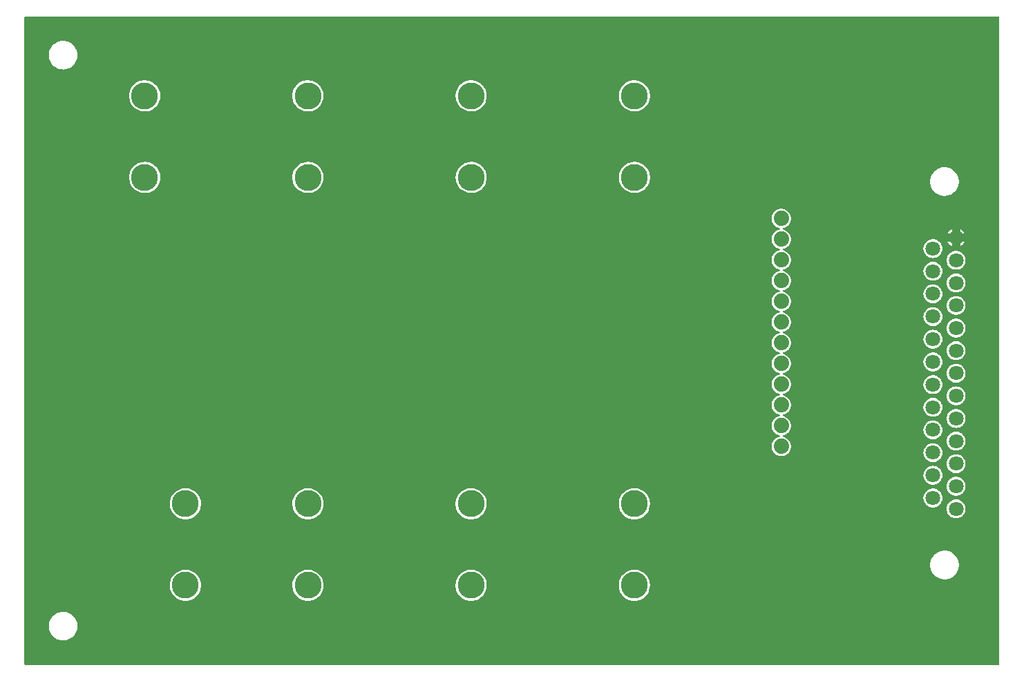
<source format=gbl>
G04 Layer: BottomLayer*
G04 EasyEDA v6.5.51, 2026-01-14 15:08:39*
G04 dde8d36dd7f6405bbf5d2bde1aba3d06,1eba0ef7a20a4348ba21f928fdb5677a,10*
G04 Gerber Generator version 0.2*
G04 Scale: 100 percent, Rotated: No, Reflected: No *
G04 Dimensions in millimeters *
G04 leading zeros omitted , absolute positions ,4 integer and 5 decimal *
%FSLAX45Y45*%
%MOMM*%

%ADD10C,0.2040*%
%ADD11C,1.8000*%
%ADD12C,1.8796*%
%ADD13C,3.3020*%
%ADD14C,0.0123*%

%LPD*%
G36*
X36068Y25908D02*
G01*
X32156Y26670D01*
X28905Y28905D01*
X26670Y32156D01*
X25908Y36068D01*
X25908Y7963916D01*
X26670Y7967827D01*
X28905Y7971078D01*
X32156Y7973314D01*
X36068Y7974075D01*
X11963908Y7974075D01*
X11967819Y7973314D01*
X11971070Y7971078D01*
X11973306Y7967827D01*
X11974068Y7963916D01*
X11974068Y36068D01*
X11973306Y32156D01*
X11971070Y28905D01*
X11967819Y26670D01*
X11963908Y25908D01*
G37*

%LPC*%
G36*
X504545Y324154D02*
G01*
X522579Y325577D01*
X540410Y328828D01*
X557784Y333857D01*
X574548Y340715D01*
X590550Y349199D01*
X605586Y359308D01*
X619455Y370890D01*
X632104Y383895D01*
X643382Y398068D01*
X653084Y413359D01*
X661162Y429564D01*
X667562Y446532D01*
X672185Y464007D01*
X674979Y481888D01*
X675894Y499973D01*
X674979Y518109D01*
X672185Y535990D01*
X667562Y553466D01*
X661162Y570433D01*
X653084Y586638D01*
X643382Y601929D01*
X632104Y616102D01*
X619455Y629107D01*
X605586Y640689D01*
X590550Y650798D01*
X574548Y659282D01*
X557784Y666140D01*
X540410Y671169D01*
X522579Y674420D01*
X504545Y675843D01*
X486409Y675386D01*
X468477Y673049D01*
X450850Y668883D01*
X433730Y662940D01*
X417322Y655269D01*
X401828Y645922D01*
X387299Y635050D01*
X374040Y622757D01*
X362051Y609142D01*
X351586Y594410D01*
X342646Y578662D01*
X335432Y562051D01*
X329895Y544779D01*
X326186Y527050D01*
X324358Y509066D01*
X324358Y490931D01*
X326186Y472948D01*
X329895Y455218D01*
X335432Y437946D01*
X342646Y421335D01*
X351586Y405587D01*
X362051Y390855D01*
X374040Y377240D01*
X387299Y364947D01*
X401828Y354076D01*
X417322Y344728D01*
X433730Y337058D01*
X450850Y331114D01*
X468477Y326948D01*
X486409Y324612D01*
G37*
G36*
X7490459Y809244D02*
G01*
X7509509Y809244D01*
X7528458Y811123D01*
X7547102Y814933D01*
X7565288Y820521D01*
X7582865Y827938D01*
X7599578Y837031D01*
X7615326Y847750D01*
X7629906Y859993D01*
X7643164Y873607D01*
X7655052Y888492D01*
X7665415Y904494D01*
X7674102Y921461D01*
X7681010Y939190D01*
X7686192Y957478D01*
X7689494Y976223D01*
X7690916Y995222D01*
X7690459Y1014272D01*
X7688072Y1033170D01*
X7683855Y1051712D01*
X7677759Y1069797D01*
X7669936Y1087120D01*
X7660436Y1103630D01*
X7649311Y1119073D01*
X7636713Y1133348D01*
X7622743Y1146302D01*
X7607553Y1157782D01*
X7591348Y1167739D01*
X7574178Y1176020D01*
X7556296Y1182522D01*
X7537805Y1187196D01*
X7519009Y1190040D01*
X7500010Y1191006D01*
X7480960Y1190040D01*
X7462164Y1187196D01*
X7443673Y1182522D01*
X7425791Y1176020D01*
X7408621Y1167739D01*
X7392416Y1157782D01*
X7377226Y1146302D01*
X7363256Y1133348D01*
X7350658Y1119073D01*
X7339533Y1103630D01*
X7330033Y1087120D01*
X7322210Y1069797D01*
X7316114Y1051712D01*
X7311898Y1033170D01*
X7309510Y1014272D01*
X7309053Y995222D01*
X7310475Y976223D01*
X7313777Y957478D01*
X7318959Y939190D01*
X7325868Y921461D01*
X7334554Y904494D01*
X7344918Y888492D01*
X7356805Y873607D01*
X7370064Y859993D01*
X7384643Y847750D01*
X7400391Y837031D01*
X7417104Y827938D01*
X7434681Y820521D01*
X7452868Y814933D01*
X7471511Y811123D01*
G37*
G36*
X3490468Y809244D02*
G01*
X3509518Y809244D01*
X3528466Y811123D01*
X3547110Y814933D01*
X3565296Y820521D01*
X3582873Y827938D01*
X3599586Y837031D01*
X3615334Y847750D01*
X3629914Y859993D01*
X3643172Y873607D01*
X3655060Y888492D01*
X3665423Y904494D01*
X3674110Y921461D01*
X3681018Y939190D01*
X3686200Y957478D01*
X3689502Y976223D01*
X3690924Y995222D01*
X3690467Y1014272D01*
X3688079Y1033170D01*
X3683863Y1051712D01*
X3677767Y1069797D01*
X3669944Y1087120D01*
X3660444Y1103630D01*
X3649319Y1119073D01*
X3636721Y1133348D01*
X3622751Y1146302D01*
X3607562Y1157782D01*
X3591356Y1167739D01*
X3574186Y1176020D01*
X3556304Y1182522D01*
X3537813Y1187196D01*
X3519017Y1190040D01*
X3500018Y1191006D01*
X3480968Y1190040D01*
X3462172Y1187196D01*
X3443681Y1182522D01*
X3425799Y1176020D01*
X3408629Y1167739D01*
X3392424Y1157782D01*
X3377234Y1146302D01*
X3363264Y1133348D01*
X3350666Y1119073D01*
X3339541Y1103630D01*
X3330041Y1087120D01*
X3322218Y1069797D01*
X3316122Y1051712D01*
X3311906Y1033170D01*
X3309518Y1014272D01*
X3309061Y995222D01*
X3310483Y976223D01*
X3313785Y957478D01*
X3318967Y939190D01*
X3325876Y921461D01*
X3334562Y904494D01*
X3344926Y888492D01*
X3356813Y873607D01*
X3370072Y859993D01*
X3384651Y847750D01*
X3400399Y837031D01*
X3417112Y827938D01*
X3434689Y820521D01*
X3452876Y814933D01*
X3471519Y811123D01*
G37*
G36*
X5490464Y809244D02*
G01*
X5509514Y809244D01*
X5528462Y811123D01*
X5547106Y814933D01*
X5565292Y820521D01*
X5582869Y827938D01*
X5599582Y837031D01*
X5615330Y847750D01*
X5629910Y859993D01*
X5643168Y873607D01*
X5655056Y888492D01*
X5665419Y904494D01*
X5674106Y921461D01*
X5681014Y939190D01*
X5686196Y957478D01*
X5689498Y976223D01*
X5690920Y995222D01*
X5690463Y1014272D01*
X5688076Y1033170D01*
X5683859Y1051712D01*
X5677763Y1069797D01*
X5669940Y1087120D01*
X5660440Y1103630D01*
X5649315Y1119073D01*
X5636717Y1133348D01*
X5622747Y1146302D01*
X5607558Y1157782D01*
X5591352Y1167739D01*
X5574182Y1176020D01*
X5556300Y1182522D01*
X5537809Y1187196D01*
X5519013Y1190040D01*
X5500014Y1191006D01*
X5480964Y1190040D01*
X5462168Y1187196D01*
X5443677Y1182522D01*
X5425795Y1176020D01*
X5408625Y1167739D01*
X5392420Y1157782D01*
X5377230Y1146302D01*
X5363260Y1133348D01*
X5350662Y1119073D01*
X5339537Y1103630D01*
X5330037Y1087120D01*
X5322214Y1069797D01*
X5316118Y1051712D01*
X5311902Y1033170D01*
X5309514Y1014272D01*
X5309057Y995222D01*
X5310479Y976223D01*
X5313781Y957478D01*
X5318963Y939190D01*
X5325872Y921461D01*
X5334558Y904494D01*
X5344922Y888492D01*
X5356809Y873607D01*
X5370068Y859993D01*
X5384647Y847750D01*
X5400395Y837031D01*
X5417108Y827938D01*
X5434685Y820521D01*
X5452872Y814933D01*
X5471515Y811123D01*
G37*
G36*
X1990496Y809244D02*
G01*
X2009495Y809244D01*
X2028443Y811123D01*
X2047138Y814933D01*
X2065324Y820521D01*
X2082850Y827938D01*
X2099564Y837031D01*
X2115312Y847750D01*
X2129891Y859993D01*
X2143201Y873607D01*
X2155088Y888492D01*
X2165400Y904494D01*
X2174087Y921461D01*
X2181047Y939190D01*
X2186178Y957478D01*
X2189530Y976223D01*
X2190953Y995222D01*
X2190445Y1014272D01*
X2188108Y1033170D01*
X2183841Y1051712D01*
X2177796Y1069797D01*
X2169972Y1087120D01*
X2160422Y1103630D01*
X2149297Y1119073D01*
X2136698Y1133348D01*
X2122779Y1146302D01*
X2107590Y1157782D01*
X2091334Y1167739D01*
X2074164Y1176020D01*
X2056282Y1182522D01*
X2037842Y1187196D01*
X2018995Y1190040D01*
X1999996Y1191006D01*
X1980996Y1190040D01*
X1962150Y1187196D01*
X1943709Y1182522D01*
X1925828Y1176020D01*
X1908657Y1167739D01*
X1892401Y1157782D01*
X1877212Y1146302D01*
X1863293Y1133348D01*
X1850694Y1119073D01*
X1839569Y1103630D01*
X1830019Y1087120D01*
X1822196Y1069797D01*
X1816150Y1051712D01*
X1811883Y1033170D01*
X1809546Y1014272D01*
X1809038Y995222D01*
X1810461Y976223D01*
X1813814Y957478D01*
X1818944Y939190D01*
X1825904Y921461D01*
X1834591Y904494D01*
X1844903Y888492D01*
X1856790Y873607D01*
X1870100Y859993D01*
X1884680Y847750D01*
X1900428Y837031D01*
X1917141Y827938D01*
X1934667Y820521D01*
X1952853Y814933D01*
X1971548Y811123D01*
G37*
G36*
X11304524Y1074166D02*
G01*
X11322558Y1075537D01*
X11340388Y1078788D01*
X11357762Y1083868D01*
X11374526Y1090676D01*
X11390528Y1099210D01*
X11405565Y1109319D01*
X11419433Y1120902D01*
X11432082Y1133856D01*
X11443360Y1148080D01*
X11453063Y1163370D01*
X11461140Y1179525D01*
X11467541Y1196492D01*
X11472164Y1214018D01*
X11474958Y1231900D01*
X11475872Y1249984D01*
X11474958Y1268069D01*
X11472164Y1285951D01*
X11467541Y1303477D01*
X11461140Y1320444D01*
X11453063Y1336598D01*
X11443360Y1351889D01*
X11432082Y1366113D01*
X11419433Y1379067D01*
X11405565Y1390650D01*
X11390528Y1400759D01*
X11374526Y1409293D01*
X11357762Y1416100D01*
X11340388Y1421180D01*
X11322558Y1424432D01*
X11304524Y1425803D01*
X11286388Y1425346D01*
X11268456Y1423009D01*
X11250828Y1418894D01*
X11233708Y1412900D01*
X11217300Y1405229D01*
X11201806Y1395933D01*
X11187277Y1385062D01*
X11174018Y1372768D01*
X11162030Y1359154D01*
X11151565Y1344371D01*
X11142624Y1328623D01*
X11135410Y1312011D01*
X11129873Y1294790D01*
X11126165Y1277061D01*
X11124336Y1259027D01*
X11124336Y1240942D01*
X11126165Y1222908D01*
X11129873Y1205179D01*
X11135410Y1187958D01*
X11142624Y1171346D01*
X11151565Y1155598D01*
X11162030Y1140815D01*
X11174018Y1127201D01*
X11187277Y1114907D01*
X11201806Y1104036D01*
X11217300Y1094740D01*
X11233708Y1087069D01*
X11250828Y1081074D01*
X11268456Y1076960D01*
X11286388Y1074623D01*
G37*
G36*
X7490459Y1809242D02*
G01*
X7509509Y1809242D01*
X7528458Y1811121D01*
X7547102Y1814931D01*
X7565288Y1820519D01*
X7582865Y1827936D01*
X7599578Y1837029D01*
X7615326Y1847748D01*
X7629906Y1859991D01*
X7643164Y1873605D01*
X7655052Y1888489D01*
X7665415Y1904492D01*
X7674102Y1921459D01*
X7681010Y1939188D01*
X7686192Y1957476D01*
X7689494Y1976221D01*
X7690916Y1995220D01*
X7690459Y2014270D01*
X7688072Y2033168D01*
X7683855Y2051710D01*
X7677759Y2069795D01*
X7669936Y2087118D01*
X7660436Y2103628D01*
X7649311Y2119071D01*
X7636713Y2133346D01*
X7622743Y2146300D01*
X7607553Y2157780D01*
X7591348Y2167737D01*
X7574178Y2176018D01*
X7556296Y2182520D01*
X7537805Y2187194D01*
X7519009Y2190038D01*
X7500010Y2191004D01*
X7480960Y2190038D01*
X7462164Y2187194D01*
X7443673Y2182520D01*
X7425791Y2176018D01*
X7408621Y2167737D01*
X7392416Y2157780D01*
X7377226Y2146300D01*
X7363256Y2133346D01*
X7350658Y2119071D01*
X7339533Y2103628D01*
X7330033Y2087118D01*
X7322210Y2069795D01*
X7316114Y2051710D01*
X7311898Y2033168D01*
X7309510Y2014270D01*
X7309053Y1995220D01*
X7310475Y1976221D01*
X7313777Y1957476D01*
X7318959Y1939188D01*
X7325868Y1921459D01*
X7334554Y1904492D01*
X7344918Y1888489D01*
X7356805Y1873605D01*
X7370064Y1859991D01*
X7384643Y1847748D01*
X7400391Y1837029D01*
X7417104Y1827936D01*
X7434681Y1820519D01*
X7452868Y1814931D01*
X7471511Y1811121D01*
G37*
G36*
X5490464Y1809242D02*
G01*
X5509514Y1809242D01*
X5528462Y1811121D01*
X5547106Y1814931D01*
X5565292Y1820519D01*
X5582869Y1827936D01*
X5599582Y1837029D01*
X5615330Y1847748D01*
X5629910Y1859991D01*
X5643168Y1873605D01*
X5655056Y1888489D01*
X5665419Y1904492D01*
X5674106Y1921459D01*
X5681014Y1939188D01*
X5686196Y1957476D01*
X5689498Y1976221D01*
X5690920Y1995220D01*
X5690463Y2014270D01*
X5688076Y2033168D01*
X5683859Y2051710D01*
X5677763Y2069795D01*
X5669940Y2087118D01*
X5660440Y2103628D01*
X5649315Y2119071D01*
X5636717Y2133346D01*
X5622747Y2146300D01*
X5607558Y2157780D01*
X5591352Y2167737D01*
X5574182Y2176018D01*
X5556300Y2182520D01*
X5537809Y2187194D01*
X5519013Y2190038D01*
X5500014Y2191004D01*
X5480964Y2190038D01*
X5462168Y2187194D01*
X5443677Y2182520D01*
X5425795Y2176018D01*
X5408625Y2167737D01*
X5392420Y2157780D01*
X5377230Y2146300D01*
X5363260Y2133346D01*
X5350662Y2119071D01*
X5339537Y2103628D01*
X5330037Y2087118D01*
X5322214Y2069795D01*
X5316118Y2051710D01*
X5311902Y2033168D01*
X5309514Y2014270D01*
X5309057Y1995220D01*
X5310479Y1976221D01*
X5313781Y1957476D01*
X5318963Y1939188D01*
X5325872Y1921459D01*
X5334558Y1904492D01*
X5344922Y1888489D01*
X5356809Y1873605D01*
X5370068Y1859991D01*
X5384647Y1847748D01*
X5400395Y1837029D01*
X5417108Y1827936D01*
X5434685Y1820519D01*
X5452872Y1814931D01*
X5471515Y1811121D01*
G37*
G36*
X3490468Y1809242D02*
G01*
X3509518Y1809242D01*
X3528466Y1811121D01*
X3547110Y1814931D01*
X3565296Y1820519D01*
X3582873Y1827936D01*
X3599586Y1837029D01*
X3615334Y1847748D01*
X3629914Y1859991D01*
X3643172Y1873605D01*
X3655060Y1888489D01*
X3665423Y1904492D01*
X3674110Y1921459D01*
X3681018Y1939188D01*
X3686200Y1957476D01*
X3689502Y1976221D01*
X3690924Y1995220D01*
X3690467Y2014270D01*
X3688079Y2033168D01*
X3683863Y2051710D01*
X3677767Y2069795D01*
X3669944Y2087118D01*
X3660444Y2103628D01*
X3649319Y2119071D01*
X3636721Y2133346D01*
X3622751Y2146300D01*
X3607562Y2157780D01*
X3591356Y2167737D01*
X3574186Y2176018D01*
X3556304Y2182520D01*
X3537813Y2187194D01*
X3519017Y2190038D01*
X3500018Y2191004D01*
X3480968Y2190038D01*
X3462172Y2187194D01*
X3443681Y2182520D01*
X3425799Y2176018D01*
X3408629Y2167737D01*
X3392424Y2157780D01*
X3377234Y2146300D01*
X3363264Y2133346D01*
X3350666Y2119071D01*
X3339541Y2103628D01*
X3330041Y2087118D01*
X3322218Y2069795D01*
X3316122Y2051710D01*
X3311906Y2033168D01*
X3309518Y2014270D01*
X3309061Y1995220D01*
X3310483Y1976221D01*
X3313785Y1957476D01*
X3318967Y1939188D01*
X3325876Y1921459D01*
X3334562Y1904492D01*
X3344926Y1888489D01*
X3356813Y1873605D01*
X3370072Y1859991D01*
X3384651Y1847748D01*
X3400399Y1837029D01*
X3417112Y1827936D01*
X3434689Y1820519D01*
X3452876Y1814931D01*
X3471519Y1811121D01*
G37*
G36*
X1990496Y1809242D02*
G01*
X2009495Y1809242D01*
X2028443Y1811121D01*
X2047138Y1814931D01*
X2065324Y1820519D01*
X2082850Y1827936D01*
X2099564Y1837029D01*
X2115312Y1847748D01*
X2129891Y1859991D01*
X2143201Y1873605D01*
X2155088Y1888489D01*
X2165400Y1904492D01*
X2174087Y1921459D01*
X2181047Y1939188D01*
X2186178Y1957476D01*
X2189530Y1976221D01*
X2190953Y1995220D01*
X2190445Y2014270D01*
X2188108Y2033168D01*
X2183841Y2051710D01*
X2177796Y2069795D01*
X2169972Y2087118D01*
X2160422Y2103628D01*
X2149297Y2119071D01*
X2136698Y2133346D01*
X2122779Y2146300D01*
X2107590Y2157780D01*
X2091334Y2167737D01*
X2074164Y2176018D01*
X2056282Y2182520D01*
X2037842Y2187194D01*
X2018995Y2190038D01*
X1999996Y2191004D01*
X1980996Y2190038D01*
X1962150Y2187194D01*
X1943709Y2182520D01*
X1925828Y2176018D01*
X1908657Y2167737D01*
X1892401Y2157780D01*
X1877212Y2146300D01*
X1863293Y2133346D01*
X1850694Y2119071D01*
X1839569Y2103628D01*
X1830019Y2087118D01*
X1822196Y2069795D01*
X1816150Y2051710D01*
X1811883Y2033168D01*
X1809546Y2014270D01*
X1809038Y1995220D01*
X1810461Y1976221D01*
X1813814Y1957476D01*
X1818944Y1939188D01*
X1825904Y1921459D01*
X1834591Y1904492D01*
X1844903Y1888489D01*
X1856790Y1873605D01*
X1870100Y1859991D01*
X1884680Y1847748D01*
X1900428Y1837029D01*
X1917141Y1827936D01*
X1934667Y1820519D01*
X1952853Y1814931D01*
X1971548Y1811121D01*
G37*
G36*
X11441988Y1822196D02*
G01*
X11456466Y1823110D01*
X11470792Y1825802D01*
X11484610Y1830324D01*
X11497818Y1836521D01*
X11510060Y1844293D01*
X11521287Y1853590D01*
X11531244Y1864207D01*
X11539829Y1875993D01*
X11546840Y1888743D01*
X11552174Y1902256D01*
X11555780Y1916379D01*
X11557609Y1930806D01*
X11557609Y1945335D01*
X11555780Y1959762D01*
X11552174Y1973884D01*
X11546840Y1987397D01*
X11539829Y2000148D01*
X11531244Y2011934D01*
X11521287Y2022551D01*
X11510060Y2031847D01*
X11497818Y2039620D01*
X11484610Y2045817D01*
X11470792Y2050338D01*
X11456466Y2053031D01*
X11441988Y2053945D01*
X11427460Y2053031D01*
X11413134Y2050338D01*
X11399316Y2045817D01*
X11386108Y2039620D01*
X11373866Y2031847D01*
X11362639Y2022551D01*
X11352682Y2011934D01*
X11344097Y2000148D01*
X11337086Y1987397D01*
X11331752Y1973884D01*
X11328146Y1959762D01*
X11326317Y1945335D01*
X11326317Y1930806D01*
X11328146Y1916379D01*
X11331752Y1902256D01*
X11337086Y1888743D01*
X11344097Y1875993D01*
X11352682Y1864207D01*
X11362639Y1853590D01*
X11373866Y1844293D01*
X11386108Y1836521D01*
X11399316Y1830324D01*
X11413134Y1825802D01*
X11427460Y1823110D01*
G37*
G36*
X11158016Y1955038D02*
G01*
X11172494Y1955952D01*
X11186820Y1958644D01*
X11200638Y1963166D01*
X11213846Y1969363D01*
X11226088Y1977136D01*
X11237315Y1986432D01*
X11247272Y1997049D01*
X11255857Y2008835D01*
X11262868Y2021586D01*
X11268202Y2035098D01*
X11271808Y2049221D01*
X11273637Y2063648D01*
X11273637Y2078177D01*
X11271808Y2092604D01*
X11268202Y2106726D01*
X11262868Y2120239D01*
X11255857Y2132990D01*
X11247272Y2144776D01*
X11237315Y2155393D01*
X11226088Y2164689D01*
X11213846Y2172462D01*
X11200638Y2178659D01*
X11186820Y2183180D01*
X11172494Y2185873D01*
X11158016Y2186787D01*
X11143488Y2185873D01*
X11129162Y2183180D01*
X11115344Y2178659D01*
X11102136Y2172462D01*
X11089894Y2164689D01*
X11078667Y2155393D01*
X11068710Y2144776D01*
X11060125Y2132990D01*
X11053114Y2120239D01*
X11047780Y2106726D01*
X11044174Y2092604D01*
X11042345Y2078177D01*
X11042345Y2063648D01*
X11044174Y2049221D01*
X11047780Y2035098D01*
X11053114Y2021586D01*
X11060125Y2008835D01*
X11068710Y1997049D01*
X11078667Y1986432D01*
X11089894Y1977136D01*
X11102136Y1969363D01*
X11115344Y1963166D01*
X11129162Y1958644D01*
X11143488Y1955952D01*
G37*
G36*
X11441988Y2099056D02*
G01*
X11456466Y2099970D01*
X11470792Y2102662D01*
X11484610Y2107184D01*
X11497818Y2113381D01*
X11510060Y2121154D01*
X11521287Y2130450D01*
X11531244Y2141067D01*
X11539829Y2152853D01*
X11546840Y2165604D01*
X11552174Y2179116D01*
X11555780Y2193239D01*
X11557609Y2207666D01*
X11557609Y2222195D01*
X11555780Y2236622D01*
X11552174Y2250744D01*
X11546840Y2264257D01*
X11539829Y2277008D01*
X11531244Y2288794D01*
X11521287Y2299411D01*
X11510060Y2308707D01*
X11497818Y2316480D01*
X11484610Y2322677D01*
X11470792Y2327198D01*
X11456466Y2329891D01*
X11441988Y2330805D01*
X11427460Y2329891D01*
X11413134Y2327198D01*
X11399316Y2322677D01*
X11386108Y2316480D01*
X11373866Y2308707D01*
X11362639Y2299411D01*
X11352682Y2288794D01*
X11344097Y2277008D01*
X11337086Y2264257D01*
X11331752Y2250744D01*
X11328146Y2236622D01*
X11326317Y2222195D01*
X11326317Y2207666D01*
X11328146Y2193239D01*
X11331752Y2179116D01*
X11337086Y2165604D01*
X11344097Y2152853D01*
X11352682Y2141067D01*
X11362639Y2130450D01*
X11373866Y2121154D01*
X11386108Y2113381D01*
X11399316Y2107184D01*
X11413134Y2102662D01*
X11427460Y2099970D01*
G37*
G36*
X11158016Y2233168D02*
G01*
X11172494Y2234082D01*
X11186820Y2236774D01*
X11200638Y2241296D01*
X11213846Y2247493D01*
X11226088Y2255266D01*
X11237315Y2264562D01*
X11247272Y2275179D01*
X11255857Y2286965D01*
X11262868Y2299716D01*
X11268202Y2313228D01*
X11271808Y2327351D01*
X11273637Y2341778D01*
X11273637Y2356307D01*
X11271808Y2370734D01*
X11268202Y2384856D01*
X11262868Y2398369D01*
X11255857Y2411120D01*
X11247272Y2422906D01*
X11237315Y2433523D01*
X11226088Y2442819D01*
X11213846Y2450592D01*
X11200638Y2456789D01*
X11186820Y2461310D01*
X11172494Y2464003D01*
X11158016Y2464917D01*
X11143488Y2464003D01*
X11129162Y2461310D01*
X11115344Y2456789D01*
X11102136Y2450592D01*
X11089894Y2442819D01*
X11078667Y2433523D01*
X11068710Y2422906D01*
X11060125Y2411120D01*
X11053114Y2398369D01*
X11047780Y2384856D01*
X11044174Y2370734D01*
X11042345Y2356307D01*
X11042345Y2341778D01*
X11044174Y2327351D01*
X11047780Y2313228D01*
X11053114Y2299716D01*
X11060125Y2286965D01*
X11068710Y2275179D01*
X11078667Y2264562D01*
X11089894Y2255266D01*
X11102136Y2247493D01*
X11115344Y2241296D01*
X11129162Y2236774D01*
X11143488Y2234082D01*
G37*
G36*
X11441988Y2376170D02*
G01*
X11456466Y2377084D01*
X11470792Y2379776D01*
X11484610Y2384298D01*
X11497818Y2390495D01*
X11510060Y2398268D01*
X11521287Y2407564D01*
X11531244Y2418181D01*
X11539829Y2429967D01*
X11546840Y2442718D01*
X11552174Y2456230D01*
X11555780Y2470353D01*
X11557609Y2484780D01*
X11557609Y2499309D01*
X11555780Y2513736D01*
X11552174Y2527858D01*
X11546840Y2541371D01*
X11539829Y2554122D01*
X11531244Y2565908D01*
X11521287Y2576525D01*
X11510060Y2585821D01*
X11497818Y2593594D01*
X11484610Y2599791D01*
X11470792Y2604312D01*
X11456466Y2607005D01*
X11441988Y2607919D01*
X11427460Y2607005D01*
X11413134Y2604312D01*
X11399316Y2599791D01*
X11386108Y2593594D01*
X11373866Y2585821D01*
X11362639Y2576525D01*
X11352682Y2565908D01*
X11344097Y2554122D01*
X11337086Y2541371D01*
X11331752Y2527858D01*
X11328146Y2513736D01*
X11326317Y2499309D01*
X11326317Y2484780D01*
X11328146Y2470353D01*
X11331752Y2456230D01*
X11337086Y2442718D01*
X11344097Y2429967D01*
X11352682Y2418181D01*
X11362639Y2407564D01*
X11373866Y2398268D01*
X11386108Y2390495D01*
X11399316Y2384298D01*
X11413134Y2379776D01*
X11427460Y2377084D01*
G37*
G36*
X11158016Y2511044D02*
G01*
X11172494Y2511958D01*
X11186820Y2514650D01*
X11200638Y2519172D01*
X11213846Y2525369D01*
X11226088Y2533142D01*
X11237315Y2542438D01*
X11247272Y2553055D01*
X11255857Y2564841D01*
X11262868Y2577592D01*
X11268202Y2591104D01*
X11271808Y2605227D01*
X11273637Y2619654D01*
X11273637Y2634183D01*
X11271808Y2648610D01*
X11268202Y2662732D01*
X11262868Y2676245D01*
X11255857Y2688996D01*
X11247272Y2700782D01*
X11237315Y2711399D01*
X11226088Y2720695D01*
X11213846Y2728468D01*
X11200638Y2734665D01*
X11186820Y2739186D01*
X11172494Y2741879D01*
X11158016Y2742793D01*
X11143488Y2741879D01*
X11129162Y2739186D01*
X11115344Y2734665D01*
X11102136Y2728468D01*
X11089894Y2720695D01*
X11078667Y2711399D01*
X11068710Y2700782D01*
X11060125Y2688996D01*
X11053114Y2676245D01*
X11047780Y2662732D01*
X11044174Y2648610D01*
X11042345Y2634183D01*
X11042345Y2619654D01*
X11044174Y2605227D01*
X11047780Y2591104D01*
X11053114Y2577592D01*
X11060125Y2564841D01*
X11068710Y2553055D01*
X11078667Y2542438D01*
X11089894Y2533142D01*
X11102136Y2525369D01*
X11115344Y2519172D01*
X11129162Y2514650D01*
X11143488Y2511958D01*
G37*
G36*
X9296298Y2583180D02*
G01*
X9311030Y2583637D01*
X9325610Y2585923D01*
X9339834Y2589936D01*
X9353397Y2595676D01*
X9366199Y2603093D01*
X9377984Y2611983D01*
X9388551Y2622245D01*
X9397796Y2633726D01*
X9405569Y2646273D01*
X9411766Y2659684D01*
X9416237Y2673756D01*
X9418929Y2688285D01*
X9419844Y2702966D01*
X9418929Y2717698D01*
X9416237Y2732227D01*
X9411766Y2746298D01*
X9405569Y2759710D01*
X9397796Y2772257D01*
X9388551Y2783738D01*
X9377984Y2794000D01*
X9366199Y2802890D01*
X9353397Y2810306D01*
X9339834Y2816047D01*
X9325152Y2820212D01*
X9321342Y2822295D01*
X9318701Y2825750D01*
X9317786Y2829966D01*
X9318701Y2834233D01*
X9321342Y2837688D01*
X9325152Y2839770D01*
X9339834Y2843936D01*
X9353397Y2849676D01*
X9366199Y2857093D01*
X9377984Y2865983D01*
X9388551Y2876245D01*
X9397796Y2887726D01*
X9405569Y2900273D01*
X9411766Y2913684D01*
X9416237Y2927756D01*
X9418929Y2942285D01*
X9419844Y2956966D01*
X9418929Y2971698D01*
X9416237Y2986227D01*
X9411766Y3000298D01*
X9405569Y3013710D01*
X9397796Y3026257D01*
X9388551Y3037738D01*
X9377984Y3048000D01*
X9366199Y3056890D01*
X9353397Y3064306D01*
X9339834Y3070047D01*
X9325152Y3074212D01*
X9321342Y3076295D01*
X9318701Y3079750D01*
X9317786Y3083966D01*
X9318701Y3088233D01*
X9321342Y3091688D01*
X9325152Y3093770D01*
X9339834Y3097936D01*
X9353397Y3103676D01*
X9366199Y3111093D01*
X9377984Y3119983D01*
X9388551Y3130245D01*
X9397796Y3141726D01*
X9405569Y3154273D01*
X9411766Y3167684D01*
X9416237Y3181756D01*
X9418929Y3196285D01*
X9419844Y3210966D01*
X9418929Y3225698D01*
X9416237Y3240227D01*
X9411766Y3254298D01*
X9405569Y3267710D01*
X9397796Y3280257D01*
X9388551Y3291738D01*
X9377984Y3302000D01*
X9366199Y3310890D01*
X9353397Y3318306D01*
X9339834Y3324047D01*
X9325152Y3328212D01*
X9321342Y3330295D01*
X9318701Y3333750D01*
X9317786Y3337966D01*
X9318701Y3342233D01*
X9321342Y3345687D01*
X9325152Y3347770D01*
X9339834Y3351936D01*
X9353397Y3357676D01*
X9366199Y3365093D01*
X9377984Y3373983D01*
X9388551Y3384245D01*
X9397796Y3395726D01*
X9405569Y3408273D01*
X9411766Y3421684D01*
X9416237Y3435756D01*
X9418929Y3450285D01*
X9419844Y3464966D01*
X9418929Y3479698D01*
X9416237Y3494227D01*
X9411766Y3508298D01*
X9405569Y3521710D01*
X9397796Y3534257D01*
X9388551Y3545738D01*
X9377984Y3556000D01*
X9366199Y3564890D01*
X9353397Y3572306D01*
X9339834Y3578047D01*
X9325152Y3582212D01*
X9321342Y3584295D01*
X9318701Y3587750D01*
X9317786Y3591966D01*
X9318701Y3596233D01*
X9321342Y3599687D01*
X9325152Y3601770D01*
X9339834Y3605936D01*
X9353397Y3611676D01*
X9366199Y3619093D01*
X9377984Y3627983D01*
X9388551Y3638245D01*
X9397796Y3649726D01*
X9405569Y3662273D01*
X9411766Y3675684D01*
X9416237Y3689756D01*
X9418929Y3704285D01*
X9419844Y3718966D01*
X9418929Y3733698D01*
X9416237Y3748227D01*
X9411766Y3762298D01*
X9405569Y3775710D01*
X9397796Y3788257D01*
X9388551Y3799738D01*
X9377984Y3810000D01*
X9366199Y3818890D01*
X9353397Y3826306D01*
X9339834Y3832047D01*
X9325152Y3836212D01*
X9321342Y3838295D01*
X9318701Y3841750D01*
X9317786Y3845966D01*
X9318701Y3850233D01*
X9321342Y3853687D01*
X9325152Y3855770D01*
X9339834Y3859936D01*
X9353397Y3865676D01*
X9366199Y3873093D01*
X9377984Y3881983D01*
X9388551Y3892245D01*
X9397796Y3903726D01*
X9405569Y3916273D01*
X9411766Y3929684D01*
X9416237Y3943756D01*
X9418929Y3958285D01*
X9419844Y3972966D01*
X9418929Y3987698D01*
X9416237Y4002227D01*
X9411766Y4016298D01*
X9405569Y4029710D01*
X9397796Y4042257D01*
X9388551Y4053738D01*
X9377984Y4064000D01*
X9366199Y4072890D01*
X9353397Y4080306D01*
X9339834Y4086047D01*
X9325152Y4090212D01*
X9321342Y4092295D01*
X9318701Y4095750D01*
X9317786Y4099966D01*
X9318701Y4104233D01*
X9321342Y4107687D01*
X9325152Y4109770D01*
X9339834Y4113936D01*
X9353397Y4119676D01*
X9366199Y4127093D01*
X9377984Y4135983D01*
X9388551Y4146245D01*
X9397796Y4157726D01*
X9405569Y4170273D01*
X9411766Y4183684D01*
X9416237Y4197756D01*
X9418929Y4212285D01*
X9419844Y4226966D01*
X9418929Y4241698D01*
X9416237Y4256227D01*
X9411766Y4270298D01*
X9405569Y4283710D01*
X9397796Y4296257D01*
X9388551Y4307738D01*
X9377984Y4318000D01*
X9366199Y4326890D01*
X9353397Y4334306D01*
X9339834Y4340047D01*
X9325152Y4344212D01*
X9321342Y4346295D01*
X9318701Y4349750D01*
X9317786Y4353966D01*
X9318701Y4358233D01*
X9321342Y4361688D01*
X9325152Y4363770D01*
X9339834Y4367936D01*
X9353397Y4373676D01*
X9366199Y4381093D01*
X9377984Y4389983D01*
X9388551Y4400245D01*
X9397796Y4411726D01*
X9405569Y4424273D01*
X9411766Y4437684D01*
X9416237Y4451756D01*
X9418929Y4466285D01*
X9419844Y4480966D01*
X9418929Y4495698D01*
X9416237Y4510227D01*
X9411766Y4524298D01*
X9405569Y4537710D01*
X9397796Y4550257D01*
X9388551Y4561738D01*
X9377984Y4572000D01*
X9366199Y4580890D01*
X9353397Y4588306D01*
X9339834Y4594047D01*
X9325152Y4598212D01*
X9321342Y4600295D01*
X9318701Y4603750D01*
X9317786Y4607966D01*
X9318701Y4612233D01*
X9321342Y4615688D01*
X9325152Y4617770D01*
X9339834Y4621936D01*
X9353397Y4627676D01*
X9366199Y4635093D01*
X9377984Y4643983D01*
X9388551Y4654245D01*
X9397796Y4665726D01*
X9405569Y4678273D01*
X9411766Y4691684D01*
X9416237Y4705756D01*
X9418929Y4720285D01*
X9419844Y4734966D01*
X9418929Y4749698D01*
X9416237Y4764227D01*
X9411766Y4778298D01*
X9405569Y4791710D01*
X9397796Y4804257D01*
X9388551Y4815738D01*
X9377984Y4826000D01*
X9366199Y4834890D01*
X9353397Y4842306D01*
X9339834Y4848047D01*
X9325152Y4852212D01*
X9321342Y4854295D01*
X9318701Y4857750D01*
X9317786Y4861966D01*
X9318701Y4866233D01*
X9321342Y4869688D01*
X9325152Y4871770D01*
X9339834Y4875936D01*
X9353397Y4881676D01*
X9366199Y4889093D01*
X9377984Y4897983D01*
X9388551Y4908245D01*
X9397796Y4919726D01*
X9405569Y4932273D01*
X9411766Y4945684D01*
X9416237Y4959756D01*
X9418929Y4974285D01*
X9419844Y4988966D01*
X9418929Y5003698D01*
X9416237Y5018227D01*
X9411766Y5032298D01*
X9405569Y5045710D01*
X9397796Y5058257D01*
X9388551Y5069738D01*
X9377984Y5080000D01*
X9366199Y5088890D01*
X9353397Y5096306D01*
X9339834Y5102047D01*
X9325152Y5106212D01*
X9321342Y5108295D01*
X9318701Y5111750D01*
X9317786Y5115966D01*
X9318701Y5120233D01*
X9321342Y5123688D01*
X9325152Y5125770D01*
X9339834Y5129936D01*
X9353397Y5135676D01*
X9366199Y5143093D01*
X9377984Y5151983D01*
X9388551Y5162245D01*
X9397796Y5173726D01*
X9405569Y5186273D01*
X9411766Y5199684D01*
X9416237Y5213756D01*
X9418929Y5228285D01*
X9419844Y5242966D01*
X9418929Y5257698D01*
X9416237Y5272227D01*
X9411766Y5286298D01*
X9405569Y5299710D01*
X9397796Y5312257D01*
X9388551Y5323738D01*
X9377984Y5334000D01*
X9366199Y5342890D01*
X9353397Y5350306D01*
X9339834Y5356047D01*
X9325152Y5360212D01*
X9321342Y5362295D01*
X9318701Y5365750D01*
X9317786Y5369966D01*
X9318701Y5374233D01*
X9321342Y5377688D01*
X9325152Y5379770D01*
X9339834Y5383936D01*
X9353397Y5389676D01*
X9366199Y5397093D01*
X9377984Y5405983D01*
X9388551Y5416245D01*
X9397796Y5427726D01*
X9405569Y5440273D01*
X9411766Y5453684D01*
X9416237Y5467756D01*
X9418929Y5482285D01*
X9419844Y5496966D01*
X9418929Y5511698D01*
X9416237Y5526227D01*
X9411766Y5540298D01*
X9405569Y5553710D01*
X9397796Y5566257D01*
X9388551Y5577738D01*
X9377984Y5588000D01*
X9366199Y5596890D01*
X9353397Y5604306D01*
X9339834Y5610047D01*
X9325610Y5614060D01*
X9311030Y5616346D01*
X9296298Y5616803D01*
X9281617Y5615432D01*
X9267190Y5612282D01*
X9253270Y5607354D01*
X9240062Y5600801D01*
X9227769Y5592673D01*
X9216542Y5583021D01*
X9206585Y5572150D01*
X9198051Y5560110D01*
X9191091Y5547106D01*
X9185757Y5533339D01*
X9182150Y5519013D01*
X9180322Y5504383D01*
X9180322Y5489600D01*
X9182150Y5474970D01*
X9185757Y5460644D01*
X9191091Y5446877D01*
X9198051Y5433872D01*
X9206585Y5421833D01*
X9216542Y5410911D01*
X9227769Y5401310D01*
X9240062Y5393182D01*
X9253270Y5386628D01*
X9267190Y5381701D01*
X9275318Y5379923D01*
X9278924Y5378348D01*
X9281617Y5375554D01*
X9283090Y5371947D01*
X9283090Y5368036D01*
X9281617Y5364429D01*
X9278924Y5361635D01*
X9275318Y5360060D01*
X9267190Y5358282D01*
X9253270Y5353354D01*
X9240062Y5346801D01*
X9227769Y5338673D01*
X9216542Y5329021D01*
X9206585Y5318150D01*
X9198051Y5306110D01*
X9191091Y5293106D01*
X9185757Y5279339D01*
X9182150Y5265013D01*
X9180322Y5250383D01*
X9180322Y5235600D01*
X9182150Y5220970D01*
X9185757Y5206644D01*
X9191091Y5192877D01*
X9198051Y5179872D01*
X9206585Y5167833D01*
X9216542Y5156911D01*
X9227769Y5147310D01*
X9240062Y5139182D01*
X9253270Y5132628D01*
X9267190Y5127701D01*
X9275318Y5125923D01*
X9278924Y5124348D01*
X9281617Y5121554D01*
X9283090Y5117947D01*
X9283090Y5114036D01*
X9281617Y5110429D01*
X9278924Y5107635D01*
X9275318Y5106060D01*
X9267190Y5104282D01*
X9253270Y5099354D01*
X9240062Y5092801D01*
X9227769Y5084673D01*
X9216542Y5075021D01*
X9206585Y5064150D01*
X9198051Y5052110D01*
X9191091Y5039106D01*
X9185757Y5025339D01*
X9182150Y5011013D01*
X9180322Y4996383D01*
X9180322Y4981600D01*
X9182150Y4966970D01*
X9185757Y4952644D01*
X9191091Y4938877D01*
X9198051Y4925872D01*
X9206585Y4913833D01*
X9216542Y4902911D01*
X9227769Y4893310D01*
X9240062Y4885182D01*
X9253270Y4878628D01*
X9267190Y4873701D01*
X9275318Y4871923D01*
X9278924Y4870348D01*
X9281617Y4867554D01*
X9283090Y4863947D01*
X9283090Y4860036D01*
X9281617Y4856429D01*
X9278924Y4853635D01*
X9275318Y4852060D01*
X9267190Y4850282D01*
X9253270Y4845354D01*
X9240062Y4838801D01*
X9227769Y4830673D01*
X9216542Y4821021D01*
X9206585Y4810150D01*
X9198051Y4798110D01*
X9191091Y4785106D01*
X9185757Y4771339D01*
X9182150Y4757013D01*
X9180322Y4742383D01*
X9180322Y4727600D01*
X9182150Y4712970D01*
X9185757Y4698644D01*
X9191091Y4684877D01*
X9198051Y4671872D01*
X9206585Y4659833D01*
X9216542Y4648911D01*
X9227769Y4639310D01*
X9240062Y4631182D01*
X9253270Y4624628D01*
X9267190Y4619701D01*
X9275318Y4617923D01*
X9278924Y4616348D01*
X9281617Y4613554D01*
X9283090Y4609947D01*
X9283090Y4606036D01*
X9281617Y4602429D01*
X9278924Y4599635D01*
X9275318Y4598060D01*
X9267190Y4596282D01*
X9253270Y4591354D01*
X9240062Y4584801D01*
X9227769Y4576673D01*
X9216542Y4567021D01*
X9206585Y4556150D01*
X9198051Y4544110D01*
X9191091Y4531106D01*
X9185757Y4517339D01*
X9182150Y4503013D01*
X9180322Y4488383D01*
X9180322Y4473600D01*
X9182150Y4458970D01*
X9185757Y4444644D01*
X9191091Y4430877D01*
X9198051Y4417872D01*
X9206585Y4405833D01*
X9216542Y4394911D01*
X9227769Y4385310D01*
X9240062Y4377182D01*
X9253270Y4370628D01*
X9267190Y4365701D01*
X9275318Y4363923D01*
X9278924Y4362348D01*
X9281617Y4359554D01*
X9283090Y4355947D01*
X9283090Y4352036D01*
X9281617Y4348429D01*
X9278924Y4345635D01*
X9275318Y4344060D01*
X9267190Y4342282D01*
X9253270Y4337354D01*
X9240062Y4330801D01*
X9227769Y4322673D01*
X9216542Y4313021D01*
X9206585Y4302150D01*
X9198051Y4290110D01*
X9191091Y4277106D01*
X9185757Y4263339D01*
X9182150Y4249013D01*
X9180322Y4234383D01*
X9180322Y4219600D01*
X9182150Y4204970D01*
X9185757Y4190644D01*
X9191091Y4176877D01*
X9198051Y4163872D01*
X9206585Y4151833D01*
X9216542Y4140911D01*
X9227769Y4131310D01*
X9240062Y4123182D01*
X9253270Y4116628D01*
X9267190Y4111701D01*
X9275318Y4109923D01*
X9278924Y4108348D01*
X9281617Y4105554D01*
X9283090Y4101947D01*
X9283090Y4098036D01*
X9281617Y4094429D01*
X9278924Y4091635D01*
X9275318Y4090060D01*
X9267190Y4088282D01*
X9253270Y4083354D01*
X9240062Y4076801D01*
X9227769Y4068673D01*
X9216542Y4059021D01*
X9206585Y4048150D01*
X9198051Y4036110D01*
X9191091Y4023106D01*
X9185757Y4009339D01*
X9182150Y3995013D01*
X9180322Y3980383D01*
X9180322Y3965600D01*
X9182150Y3950970D01*
X9185757Y3936644D01*
X9191091Y3922877D01*
X9198051Y3909872D01*
X9206585Y3897833D01*
X9216542Y3886911D01*
X9227769Y3877310D01*
X9240062Y3869182D01*
X9253270Y3862628D01*
X9267190Y3857701D01*
X9275318Y3855923D01*
X9278924Y3854348D01*
X9281617Y3851554D01*
X9283090Y3847947D01*
X9283090Y3844036D01*
X9281617Y3840429D01*
X9278924Y3837635D01*
X9275318Y3836060D01*
X9267190Y3834282D01*
X9253270Y3829354D01*
X9240062Y3822801D01*
X9227769Y3814673D01*
X9216542Y3805021D01*
X9206585Y3794150D01*
X9198051Y3782110D01*
X9191091Y3769106D01*
X9185757Y3755339D01*
X9182150Y3741013D01*
X9180322Y3726383D01*
X9180322Y3711600D01*
X9182150Y3696970D01*
X9185757Y3682644D01*
X9191091Y3668877D01*
X9198051Y3655872D01*
X9206585Y3643833D01*
X9216542Y3632911D01*
X9227769Y3623310D01*
X9240062Y3615182D01*
X9253270Y3608628D01*
X9267190Y3603701D01*
X9275318Y3601923D01*
X9278924Y3600348D01*
X9281617Y3597554D01*
X9283090Y3593947D01*
X9283090Y3590036D01*
X9281617Y3586429D01*
X9278924Y3583635D01*
X9275318Y3582060D01*
X9267190Y3580282D01*
X9253270Y3575354D01*
X9240062Y3568801D01*
X9227769Y3560673D01*
X9216542Y3551021D01*
X9206585Y3540150D01*
X9198051Y3528110D01*
X9191091Y3515106D01*
X9185757Y3501339D01*
X9182150Y3487013D01*
X9180322Y3472383D01*
X9180322Y3457600D01*
X9182150Y3442970D01*
X9185757Y3428644D01*
X9191091Y3414877D01*
X9198051Y3401872D01*
X9206585Y3389833D01*
X9216542Y3378911D01*
X9227769Y3369310D01*
X9240062Y3361182D01*
X9253270Y3354628D01*
X9267190Y3349701D01*
X9275318Y3347923D01*
X9278924Y3346348D01*
X9281617Y3343554D01*
X9283090Y3339947D01*
X9283090Y3336036D01*
X9281617Y3332429D01*
X9278924Y3329635D01*
X9275318Y3328060D01*
X9267190Y3326282D01*
X9253270Y3321354D01*
X9240062Y3314801D01*
X9227769Y3306673D01*
X9216542Y3297021D01*
X9206585Y3286150D01*
X9198051Y3274110D01*
X9191091Y3261106D01*
X9185757Y3247339D01*
X9182150Y3233013D01*
X9180322Y3218383D01*
X9180322Y3203600D01*
X9182150Y3188970D01*
X9185757Y3174644D01*
X9191091Y3160877D01*
X9198051Y3147872D01*
X9206585Y3135833D01*
X9216542Y3124911D01*
X9227769Y3115310D01*
X9240062Y3107182D01*
X9253270Y3100628D01*
X9267190Y3095701D01*
X9275318Y3093923D01*
X9278924Y3092348D01*
X9281617Y3089554D01*
X9283090Y3085947D01*
X9283090Y3082036D01*
X9281617Y3078429D01*
X9278924Y3075635D01*
X9275318Y3074060D01*
X9267190Y3072282D01*
X9253270Y3067354D01*
X9240062Y3060801D01*
X9227769Y3052673D01*
X9216542Y3043021D01*
X9206585Y3032150D01*
X9198051Y3020110D01*
X9191091Y3007106D01*
X9185757Y2993339D01*
X9182150Y2979013D01*
X9180322Y2964383D01*
X9180322Y2949600D01*
X9182150Y2934970D01*
X9185757Y2920644D01*
X9191091Y2906877D01*
X9198051Y2893872D01*
X9206585Y2881833D01*
X9216542Y2870911D01*
X9227769Y2861310D01*
X9240062Y2853182D01*
X9253270Y2846628D01*
X9267190Y2841701D01*
X9275318Y2839923D01*
X9278924Y2838348D01*
X9281617Y2835554D01*
X9283090Y2831947D01*
X9283090Y2828036D01*
X9281617Y2824429D01*
X9278924Y2821635D01*
X9275318Y2820060D01*
X9267190Y2818282D01*
X9253270Y2813354D01*
X9240062Y2806801D01*
X9227769Y2798673D01*
X9216542Y2789021D01*
X9206585Y2778150D01*
X9198051Y2766110D01*
X9191091Y2753106D01*
X9185757Y2739339D01*
X9182150Y2725013D01*
X9180322Y2710383D01*
X9180322Y2695600D01*
X9182150Y2680970D01*
X9185757Y2666644D01*
X9191091Y2652877D01*
X9198051Y2639872D01*
X9206585Y2627833D01*
X9216542Y2616911D01*
X9227769Y2607310D01*
X9240062Y2599182D01*
X9253270Y2592628D01*
X9267190Y2587701D01*
X9281617Y2584551D01*
G37*
G36*
X11441988Y2653030D02*
G01*
X11456466Y2653944D01*
X11470792Y2656636D01*
X11484610Y2661158D01*
X11497818Y2667355D01*
X11510060Y2675128D01*
X11521287Y2684424D01*
X11531244Y2695041D01*
X11539829Y2706827D01*
X11546840Y2719578D01*
X11552174Y2733090D01*
X11555780Y2747213D01*
X11557609Y2761640D01*
X11557609Y2776169D01*
X11555780Y2790596D01*
X11552174Y2804718D01*
X11546840Y2818231D01*
X11539829Y2830982D01*
X11531244Y2842768D01*
X11521287Y2853385D01*
X11510060Y2862681D01*
X11497818Y2870454D01*
X11484610Y2876651D01*
X11470792Y2881172D01*
X11456466Y2883865D01*
X11441988Y2884779D01*
X11427460Y2883865D01*
X11413134Y2881172D01*
X11399316Y2876651D01*
X11386108Y2870454D01*
X11373866Y2862681D01*
X11362639Y2853385D01*
X11352682Y2842768D01*
X11344097Y2830982D01*
X11337086Y2818231D01*
X11331752Y2804718D01*
X11328146Y2790596D01*
X11326317Y2776169D01*
X11326317Y2761640D01*
X11328146Y2747213D01*
X11331752Y2733090D01*
X11337086Y2719578D01*
X11344097Y2706827D01*
X11352682Y2695041D01*
X11362639Y2684424D01*
X11373866Y2675128D01*
X11386108Y2667355D01*
X11399316Y2661158D01*
X11413134Y2656636D01*
X11427460Y2653944D01*
G37*
G36*
X11158016Y2789174D02*
G01*
X11172494Y2790088D01*
X11186820Y2792780D01*
X11200638Y2797302D01*
X11213846Y2803499D01*
X11226088Y2811272D01*
X11237315Y2820568D01*
X11247272Y2831185D01*
X11255857Y2842971D01*
X11262868Y2855722D01*
X11268202Y2869234D01*
X11271808Y2883357D01*
X11273637Y2897784D01*
X11273637Y2912313D01*
X11271808Y2926740D01*
X11268202Y2940862D01*
X11262868Y2954375D01*
X11255857Y2967126D01*
X11247272Y2978912D01*
X11237315Y2989529D01*
X11226088Y2998825D01*
X11213846Y3006598D01*
X11200638Y3012795D01*
X11186820Y3017316D01*
X11172494Y3020009D01*
X11158016Y3020923D01*
X11143488Y3020009D01*
X11129162Y3017316D01*
X11115344Y3012795D01*
X11102136Y3006598D01*
X11089894Y2998825D01*
X11078667Y2989529D01*
X11068710Y2978912D01*
X11060125Y2967126D01*
X11053114Y2954375D01*
X11047780Y2940862D01*
X11044174Y2926740D01*
X11042345Y2912313D01*
X11042345Y2897784D01*
X11044174Y2883357D01*
X11047780Y2869234D01*
X11053114Y2855722D01*
X11060125Y2842971D01*
X11068710Y2831185D01*
X11078667Y2820568D01*
X11089894Y2811272D01*
X11102136Y2803499D01*
X11115344Y2797302D01*
X11129162Y2792780D01*
X11143488Y2790088D01*
G37*
G36*
X11441988Y2930144D02*
G01*
X11456466Y2931058D01*
X11470792Y2933750D01*
X11484610Y2938272D01*
X11497818Y2944469D01*
X11510060Y2952242D01*
X11521287Y2961538D01*
X11531244Y2972155D01*
X11539829Y2983941D01*
X11546840Y2996692D01*
X11552174Y3010204D01*
X11555780Y3024327D01*
X11557609Y3038754D01*
X11557609Y3053283D01*
X11555780Y3067710D01*
X11552174Y3081832D01*
X11546840Y3095345D01*
X11539829Y3108096D01*
X11531244Y3119882D01*
X11521287Y3130499D01*
X11510060Y3139795D01*
X11497818Y3147568D01*
X11484610Y3153765D01*
X11470792Y3158286D01*
X11456466Y3160979D01*
X11441988Y3161893D01*
X11427460Y3160979D01*
X11413134Y3158286D01*
X11399316Y3153765D01*
X11386108Y3147568D01*
X11373866Y3139795D01*
X11362639Y3130499D01*
X11352682Y3119882D01*
X11344097Y3108096D01*
X11337086Y3095345D01*
X11331752Y3081832D01*
X11328146Y3067710D01*
X11326317Y3053283D01*
X11326317Y3038754D01*
X11328146Y3024327D01*
X11331752Y3010204D01*
X11337086Y2996692D01*
X11344097Y2983941D01*
X11352682Y2972155D01*
X11362639Y2961538D01*
X11373866Y2952242D01*
X11386108Y2944469D01*
X11399316Y2938272D01*
X11413134Y2933750D01*
X11427460Y2931058D01*
G37*
G36*
X11158016Y3067050D02*
G01*
X11172494Y3067964D01*
X11186820Y3070656D01*
X11200638Y3075178D01*
X11213846Y3081375D01*
X11226088Y3089148D01*
X11237315Y3098444D01*
X11247272Y3109061D01*
X11255857Y3120847D01*
X11262868Y3133598D01*
X11268202Y3147110D01*
X11271808Y3161233D01*
X11273637Y3175660D01*
X11273637Y3190189D01*
X11271808Y3204616D01*
X11268202Y3218738D01*
X11262868Y3232251D01*
X11255857Y3245002D01*
X11247272Y3256788D01*
X11237315Y3267405D01*
X11226088Y3276701D01*
X11213846Y3284474D01*
X11200638Y3290671D01*
X11186820Y3295192D01*
X11172494Y3297885D01*
X11158016Y3298799D01*
X11143488Y3297885D01*
X11129162Y3295192D01*
X11115344Y3290671D01*
X11102136Y3284474D01*
X11089894Y3276701D01*
X11078667Y3267405D01*
X11068710Y3256788D01*
X11060125Y3245002D01*
X11053114Y3232251D01*
X11047780Y3218738D01*
X11044174Y3204616D01*
X11042345Y3190189D01*
X11042345Y3175660D01*
X11044174Y3161233D01*
X11047780Y3147110D01*
X11053114Y3133598D01*
X11060125Y3120847D01*
X11068710Y3109061D01*
X11078667Y3098444D01*
X11089894Y3089148D01*
X11102136Y3081375D01*
X11115344Y3075178D01*
X11129162Y3070656D01*
X11143488Y3067964D01*
G37*
G36*
X11441988Y3207258D02*
G01*
X11456466Y3208172D01*
X11470792Y3210864D01*
X11484610Y3215386D01*
X11497818Y3221583D01*
X11510060Y3229356D01*
X11521287Y3238652D01*
X11531244Y3249269D01*
X11539829Y3261055D01*
X11546840Y3273806D01*
X11552174Y3287318D01*
X11555780Y3301441D01*
X11557609Y3315868D01*
X11557609Y3330397D01*
X11555780Y3344824D01*
X11552174Y3358946D01*
X11546840Y3372459D01*
X11539829Y3385210D01*
X11531244Y3396996D01*
X11521287Y3407613D01*
X11510060Y3416909D01*
X11497818Y3424682D01*
X11484610Y3430879D01*
X11470792Y3435400D01*
X11456466Y3438093D01*
X11441988Y3439007D01*
X11427460Y3438093D01*
X11413134Y3435400D01*
X11399316Y3430879D01*
X11386108Y3424682D01*
X11373866Y3416909D01*
X11362639Y3407613D01*
X11352682Y3396996D01*
X11344097Y3385210D01*
X11337086Y3372459D01*
X11331752Y3358946D01*
X11328146Y3344824D01*
X11326317Y3330397D01*
X11326317Y3315868D01*
X11328146Y3301441D01*
X11331752Y3287318D01*
X11337086Y3273806D01*
X11344097Y3261055D01*
X11352682Y3249269D01*
X11362639Y3238652D01*
X11373866Y3229356D01*
X11386108Y3221583D01*
X11399316Y3215386D01*
X11413134Y3210864D01*
X11427460Y3208172D01*
G37*
G36*
X11158016Y3345179D02*
G01*
X11172494Y3346094D01*
X11186820Y3348786D01*
X11200638Y3353308D01*
X11213846Y3359505D01*
X11226088Y3367278D01*
X11237315Y3376574D01*
X11247272Y3387191D01*
X11255857Y3398977D01*
X11262868Y3411728D01*
X11268202Y3425240D01*
X11271808Y3439363D01*
X11273637Y3453790D01*
X11273637Y3468319D01*
X11271808Y3482746D01*
X11268202Y3496868D01*
X11262868Y3510381D01*
X11255857Y3523132D01*
X11247272Y3534918D01*
X11237315Y3545535D01*
X11226088Y3554831D01*
X11213846Y3562604D01*
X11200638Y3568801D01*
X11186820Y3573322D01*
X11172494Y3576015D01*
X11158016Y3576929D01*
X11143488Y3576015D01*
X11129162Y3573322D01*
X11115344Y3568801D01*
X11102136Y3562604D01*
X11089894Y3554831D01*
X11078667Y3545535D01*
X11068710Y3534918D01*
X11060125Y3523132D01*
X11053114Y3510381D01*
X11047780Y3496868D01*
X11044174Y3482746D01*
X11042345Y3468319D01*
X11042345Y3453790D01*
X11044174Y3439363D01*
X11047780Y3425240D01*
X11053114Y3411728D01*
X11060125Y3398977D01*
X11068710Y3387191D01*
X11078667Y3376574D01*
X11089894Y3367278D01*
X11102136Y3359505D01*
X11115344Y3353308D01*
X11129162Y3348786D01*
X11143488Y3346094D01*
G37*
G36*
X11441988Y3484118D02*
G01*
X11456466Y3485032D01*
X11470792Y3487724D01*
X11484610Y3492246D01*
X11497818Y3498443D01*
X11510060Y3506215D01*
X11521287Y3515512D01*
X11531244Y3526129D01*
X11539829Y3537915D01*
X11546840Y3550665D01*
X11552174Y3564178D01*
X11555780Y3578301D01*
X11557609Y3592728D01*
X11557609Y3607257D01*
X11555780Y3621684D01*
X11552174Y3635806D01*
X11546840Y3649319D01*
X11539829Y3662070D01*
X11531244Y3673856D01*
X11521287Y3684473D01*
X11510060Y3693769D01*
X11497818Y3701542D01*
X11484610Y3707739D01*
X11470792Y3712260D01*
X11456466Y3714953D01*
X11441988Y3715867D01*
X11427460Y3714953D01*
X11413134Y3712260D01*
X11399316Y3707739D01*
X11386108Y3701542D01*
X11373866Y3693769D01*
X11362639Y3684473D01*
X11352682Y3673856D01*
X11344097Y3662070D01*
X11337086Y3649319D01*
X11331752Y3635806D01*
X11328146Y3621684D01*
X11326317Y3607257D01*
X11326317Y3592728D01*
X11328146Y3578301D01*
X11331752Y3564178D01*
X11337086Y3550665D01*
X11344097Y3537915D01*
X11352682Y3526129D01*
X11362639Y3515512D01*
X11373866Y3506215D01*
X11386108Y3498443D01*
X11399316Y3492246D01*
X11413134Y3487724D01*
X11427460Y3485032D01*
G37*
G36*
X11158016Y3623056D02*
G01*
X11172494Y3623970D01*
X11186820Y3626662D01*
X11200638Y3631184D01*
X11213846Y3637381D01*
X11226088Y3645154D01*
X11237315Y3654450D01*
X11247272Y3665067D01*
X11255857Y3676853D01*
X11262868Y3689604D01*
X11268202Y3703116D01*
X11271808Y3717239D01*
X11273637Y3731666D01*
X11273637Y3746195D01*
X11271808Y3760622D01*
X11268202Y3774744D01*
X11262868Y3788257D01*
X11255857Y3801008D01*
X11247272Y3812794D01*
X11237315Y3823411D01*
X11226088Y3832707D01*
X11213846Y3840479D01*
X11200638Y3846677D01*
X11186820Y3851198D01*
X11172494Y3853891D01*
X11158016Y3854805D01*
X11143488Y3853891D01*
X11129162Y3851198D01*
X11115344Y3846677D01*
X11102136Y3840479D01*
X11089894Y3832707D01*
X11078667Y3823411D01*
X11068710Y3812794D01*
X11060125Y3801008D01*
X11053114Y3788257D01*
X11047780Y3774744D01*
X11044174Y3760622D01*
X11042345Y3746195D01*
X11042345Y3731666D01*
X11044174Y3717239D01*
X11047780Y3703116D01*
X11053114Y3689604D01*
X11060125Y3676853D01*
X11068710Y3665067D01*
X11078667Y3654450D01*
X11089894Y3645154D01*
X11102136Y3637381D01*
X11115344Y3631184D01*
X11129162Y3626662D01*
X11143488Y3623970D01*
G37*
G36*
X11441988Y3761232D02*
G01*
X11456466Y3762146D01*
X11470792Y3764838D01*
X11484610Y3769360D01*
X11497818Y3775557D01*
X11510060Y3783329D01*
X11521287Y3792626D01*
X11531244Y3803243D01*
X11539829Y3815029D01*
X11546840Y3827779D01*
X11552174Y3841292D01*
X11555780Y3855415D01*
X11557609Y3869842D01*
X11557609Y3884371D01*
X11555780Y3898798D01*
X11552174Y3912920D01*
X11546840Y3926433D01*
X11539829Y3939184D01*
X11531244Y3950970D01*
X11521287Y3961587D01*
X11510060Y3970883D01*
X11497818Y3978656D01*
X11484610Y3984853D01*
X11470792Y3989374D01*
X11456466Y3992067D01*
X11441988Y3992981D01*
X11427460Y3992067D01*
X11413134Y3989374D01*
X11399316Y3984853D01*
X11386108Y3978656D01*
X11373866Y3970883D01*
X11362639Y3961587D01*
X11352682Y3950970D01*
X11344097Y3939184D01*
X11337086Y3926433D01*
X11331752Y3912920D01*
X11328146Y3898798D01*
X11326317Y3884371D01*
X11326317Y3869842D01*
X11328146Y3855415D01*
X11331752Y3841292D01*
X11337086Y3827779D01*
X11344097Y3815029D01*
X11352682Y3803243D01*
X11362639Y3792626D01*
X11373866Y3783329D01*
X11386108Y3775557D01*
X11399316Y3769360D01*
X11413134Y3764838D01*
X11427460Y3762146D01*
G37*
G36*
X11158016Y3901186D02*
G01*
X11172494Y3902100D01*
X11186820Y3904792D01*
X11200638Y3909314D01*
X11213846Y3915511D01*
X11226088Y3923284D01*
X11237315Y3932580D01*
X11247272Y3943197D01*
X11255857Y3954983D01*
X11262868Y3967734D01*
X11268202Y3981246D01*
X11271808Y3995369D01*
X11273637Y4009796D01*
X11273637Y4024325D01*
X11271808Y4038752D01*
X11268202Y4052874D01*
X11262868Y4066387D01*
X11255857Y4079138D01*
X11247272Y4090924D01*
X11237315Y4101541D01*
X11226088Y4110837D01*
X11213846Y4118610D01*
X11200638Y4124807D01*
X11186820Y4129328D01*
X11172494Y4132021D01*
X11158016Y4132935D01*
X11143488Y4132021D01*
X11129162Y4129328D01*
X11115344Y4124807D01*
X11102136Y4118610D01*
X11089894Y4110837D01*
X11078667Y4101541D01*
X11068710Y4090924D01*
X11060125Y4079138D01*
X11053114Y4066387D01*
X11047780Y4052874D01*
X11044174Y4038752D01*
X11042345Y4024325D01*
X11042345Y4009796D01*
X11044174Y3995369D01*
X11047780Y3981246D01*
X11053114Y3967734D01*
X11060125Y3954983D01*
X11068710Y3943197D01*
X11078667Y3932580D01*
X11089894Y3923284D01*
X11102136Y3915511D01*
X11115344Y3909314D01*
X11129162Y3904792D01*
X11143488Y3902100D01*
G37*
G36*
X11441988Y4038092D02*
G01*
X11456466Y4039006D01*
X11470792Y4041698D01*
X11484610Y4046220D01*
X11497818Y4052417D01*
X11510060Y4060190D01*
X11521287Y4069486D01*
X11531244Y4080103D01*
X11539829Y4091889D01*
X11546840Y4104640D01*
X11552174Y4118152D01*
X11555780Y4132275D01*
X11557609Y4146702D01*
X11557609Y4161231D01*
X11555780Y4175658D01*
X11552174Y4189780D01*
X11546840Y4203293D01*
X11539829Y4216044D01*
X11531244Y4227830D01*
X11521287Y4238447D01*
X11510060Y4247743D01*
X11497818Y4255516D01*
X11484610Y4261713D01*
X11470792Y4266234D01*
X11456466Y4268927D01*
X11441988Y4269841D01*
X11427460Y4268927D01*
X11413134Y4266234D01*
X11399316Y4261713D01*
X11386108Y4255516D01*
X11373866Y4247743D01*
X11362639Y4238447D01*
X11352682Y4227830D01*
X11344097Y4216044D01*
X11337086Y4203293D01*
X11331752Y4189780D01*
X11328146Y4175658D01*
X11326317Y4161231D01*
X11326317Y4146702D01*
X11328146Y4132275D01*
X11331752Y4118152D01*
X11337086Y4104640D01*
X11344097Y4091889D01*
X11352682Y4080103D01*
X11362639Y4069486D01*
X11373866Y4060190D01*
X11386108Y4052417D01*
X11399316Y4046220D01*
X11413134Y4041698D01*
X11427460Y4039006D01*
G37*
G36*
X11158016Y4179062D02*
G01*
X11172494Y4179976D01*
X11186820Y4182668D01*
X11200638Y4187190D01*
X11213846Y4193387D01*
X11226088Y4201160D01*
X11237315Y4210456D01*
X11247272Y4221073D01*
X11255857Y4232859D01*
X11262868Y4245610D01*
X11268202Y4259122D01*
X11271808Y4273245D01*
X11273637Y4287672D01*
X11273637Y4302201D01*
X11271808Y4316628D01*
X11268202Y4330750D01*
X11262868Y4344263D01*
X11255857Y4357014D01*
X11247272Y4368800D01*
X11237315Y4379417D01*
X11226088Y4388713D01*
X11213846Y4396486D01*
X11200638Y4402683D01*
X11186820Y4407204D01*
X11172494Y4409897D01*
X11158016Y4410811D01*
X11143488Y4409897D01*
X11129162Y4407204D01*
X11115344Y4402683D01*
X11102136Y4396486D01*
X11089894Y4388713D01*
X11078667Y4379417D01*
X11068710Y4368800D01*
X11060125Y4357014D01*
X11053114Y4344263D01*
X11047780Y4330750D01*
X11044174Y4316628D01*
X11042345Y4302201D01*
X11042345Y4287672D01*
X11044174Y4273245D01*
X11047780Y4259122D01*
X11053114Y4245610D01*
X11060125Y4232859D01*
X11068710Y4221073D01*
X11078667Y4210456D01*
X11089894Y4201160D01*
X11102136Y4193387D01*
X11115344Y4187190D01*
X11129162Y4182668D01*
X11143488Y4179976D01*
G37*
G36*
X11441988Y4315206D02*
G01*
X11456466Y4316120D01*
X11470792Y4318812D01*
X11484610Y4323334D01*
X11497818Y4329531D01*
X11510060Y4337304D01*
X11521287Y4346600D01*
X11531244Y4357217D01*
X11539829Y4369003D01*
X11546840Y4381754D01*
X11552174Y4395266D01*
X11555780Y4409389D01*
X11557609Y4423816D01*
X11557609Y4438345D01*
X11555780Y4452772D01*
X11552174Y4466894D01*
X11546840Y4480407D01*
X11539829Y4493158D01*
X11531244Y4504944D01*
X11521287Y4515561D01*
X11510060Y4524857D01*
X11497818Y4532630D01*
X11484610Y4538827D01*
X11470792Y4543348D01*
X11456466Y4546041D01*
X11441988Y4546955D01*
X11427460Y4546041D01*
X11413134Y4543348D01*
X11399316Y4538827D01*
X11386108Y4532630D01*
X11373866Y4524857D01*
X11362639Y4515561D01*
X11352682Y4504944D01*
X11344097Y4493158D01*
X11337086Y4480407D01*
X11331752Y4466894D01*
X11328146Y4452772D01*
X11326317Y4438345D01*
X11326317Y4423816D01*
X11328146Y4409389D01*
X11331752Y4395266D01*
X11337086Y4381754D01*
X11344097Y4369003D01*
X11352682Y4357217D01*
X11362639Y4346600D01*
X11373866Y4337304D01*
X11386108Y4329531D01*
X11399316Y4323334D01*
X11413134Y4318812D01*
X11427460Y4316120D01*
G37*
G36*
X11158016Y4457192D02*
G01*
X11172494Y4458106D01*
X11186820Y4460798D01*
X11200638Y4465320D01*
X11213846Y4471517D01*
X11226088Y4479290D01*
X11237315Y4488586D01*
X11247272Y4499203D01*
X11255857Y4510989D01*
X11262868Y4523740D01*
X11268202Y4537252D01*
X11271808Y4551375D01*
X11273637Y4565802D01*
X11273637Y4580331D01*
X11271808Y4594758D01*
X11268202Y4608880D01*
X11262868Y4622393D01*
X11255857Y4635144D01*
X11247272Y4646930D01*
X11237315Y4657547D01*
X11226088Y4666843D01*
X11213846Y4674616D01*
X11200638Y4680813D01*
X11186820Y4685334D01*
X11172494Y4688027D01*
X11158016Y4688941D01*
X11143488Y4688027D01*
X11129162Y4685334D01*
X11115344Y4680813D01*
X11102136Y4674616D01*
X11089894Y4666843D01*
X11078667Y4657547D01*
X11068710Y4646930D01*
X11060125Y4635144D01*
X11053114Y4622393D01*
X11047780Y4608880D01*
X11044174Y4594758D01*
X11042345Y4580331D01*
X11042345Y4565802D01*
X11044174Y4551375D01*
X11047780Y4537252D01*
X11053114Y4523740D01*
X11060125Y4510989D01*
X11068710Y4499203D01*
X11078667Y4488586D01*
X11089894Y4479290D01*
X11102136Y4471517D01*
X11115344Y4465320D01*
X11129162Y4460798D01*
X11143488Y4458106D01*
G37*
G36*
X11441988Y4592066D02*
G01*
X11456466Y4592980D01*
X11470792Y4595672D01*
X11484610Y4600194D01*
X11497818Y4606391D01*
X11510060Y4614164D01*
X11521287Y4623460D01*
X11531244Y4634077D01*
X11539829Y4645863D01*
X11546840Y4658614D01*
X11552174Y4672126D01*
X11555780Y4686249D01*
X11557609Y4700676D01*
X11557609Y4715205D01*
X11555780Y4729632D01*
X11552174Y4743754D01*
X11546840Y4757267D01*
X11539829Y4770018D01*
X11531244Y4781804D01*
X11521287Y4792421D01*
X11510060Y4801717D01*
X11497818Y4809490D01*
X11484610Y4815687D01*
X11470792Y4820208D01*
X11456466Y4822901D01*
X11441988Y4823815D01*
X11427460Y4822901D01*
X11413134Y4820208D01*
X11399316Y4815687D01*
X11386108Y4809490D01*
X11373866Y4801717D01*
X11362639Y4792421D01*
X11352682Y4781804D01*
X11344097Y4770018D01*
X11337086Y4757267D01*
X11331752Y4743754D01*
X11328146Y4729632D01*
X11326317Y4715205D01*
X11326317Y4700676D01*
X11328146Y4686249D01*
X11331752Y4672126D01*
X11337086Y4658614D01*
X11344097Y4645863D01*
X11352682Y4634077D01*
X11362639Y4623460D01*
X11373866Y4614164D01*
X11386108Y4606391D01*
X11399316Y4600194D01*
X11413134Y4595672D01*
X11427460Y4592980D01*
G37*
G36*
X11158016Y4735068D02*
G01*
X11172494Y4735982D01*
X11186820Y4738674D01*
X11200638Y4743196D01*
X11213846Y4749393D01*
X11226088Y4757166D01*
X11237315Y4766462D01*
X11247272Y4777079D01*
X11255857Y4788865D01*
X11262868Y4801616D01*
X11268202Y4815128D01*
X11271808Y4829251D01*
X11273637Y4843678D01*
X11273637Y4858207D01*
X11271808Y4872634D01*
X11268202Y4886756D01*
X11262868Y4900269D01*
X11255857Y4913020D01*
X11247272Y4924806D01*
X11237315Y4935423D01*
X11226088Y4944719D01*
X11213846Y4952492D01*
X11200638Y4958689D01*
X11186820Y4963210D01*
X11172494Y4965903D01*
X11158016Y4966817D01*
X11143488Y4965903D01*
X11129162Y4963210D01*
X11115344Y4958689D01*
X11102136Y4952492D01*
X11089894Y4944719D01*
X11078667Y4935423D01*
X11068710Y4924806D01*
X11060125Y4913020D01*
X11053114Y4900269D01*
X11047780Y4886756D01*
X11044174Y4872634D01*
X11042345Y4858207D01*
X11042345Y4843678D01*
X11044174Y4829251D01*
X11047780Y4815128D01*
X11053114Y4801616D01*
X11060125Y4788865D01*
X11068710Y4777079D01*
X11078667Y4766462D01*
X11089894Y4757166D01*
X11102136Y4749393D01*
X11115344Y4743196D01*
X11129162Y4738674D01*
X11143488Y4735982D01*
G37*
G36*
X11441988Y4869180D02*
G01*
X11456466Y4870094D01*
X11470792Y4872786D01*
X11484610Y4877308D01*
X11497818Y4883505D01*
X11510060Y4891278D01*
X11521287Y4900574D01*
X11531244Y4911191D01*
X11539829Y4922977D01*
X11546840Y4935728D01*
X11552174Y4949240D01*
X11555780Y4963363D01*
X11557609Y4977790D01*
X11557609Y4992319D01*
X11555780Y5006746D01*
X11552174Y5020868D01*
X11546840Y5034381D01*
X11539829Y5047132D01*
X11531244Y5058918D01*
X11521287Y5069535D01*
X11510060Y5078831D01*
X11497818Y5086604D01*
X11484610Y5092801D01*
X11470792Y5097322D01*
X11456466Y5100015D01*
X11441988Y5100929D01*
X11427460Y5100015D01*
X11413134Y5097322D01*
X11399316Y5092801D01*
X11386108Y5086604D01*
X11373866Y5078831D01*
X11362639Y5069535D01*
X11352682Y5058918D01*
X11344097Y5047132D01*
X11337086Y5034381D01*
X11331752Y5020868D01*
X11328146Y5006746D01*
X11326317Y4992319D01*
X11326317Y4977790D01*
X11328146Y4963363D01*
X11331752Y4949240D01*
X11337086Y4935728D01*
X11344097Y4922977D01*
X11352682Y4911191D01*
X11362639Y4900574D01*
X11373866Y4891278D01*
X11386108Y4883505D01*
X11399316Y4877308D01*
X11413134Y4872786D01*
X11427460Y4870094D01*
G37*
G36*
X11158016Y5012944D02*
G01*
X11172494Y5013858D01*
X11186820Y5016550D01*
X11200638Y5021072D01*
X11213846Y5027269D01*
X11226088Y5035042D01*
X11237315Y5044338D01*
X11247272Y5054955D01*
X11255857Y5066741D01*
X11262868Y5079492D01*
X11268202Y5093004D01*
X11271808Y5107127D01*
X11273637Y5121554D01*
X11273637Y5136083D01*
X11271808Y5150510D01*
X11268202Y5164632D01*
X11262868Y5178145D01*
X11255857Y5190896D01*
X11247272Y5202682D01*
X11237315Y5213299D01*
X11226088Y5222595D01*
X11213846Y5230368D01*
X11200638Y5236565D01*
X11186820Y5241086D01*
X11172494Y5243779D01*
X11158016Y5244693D01*
X11143488Y5243779D01*
X11129162Y5241086D01*
X11115344Y5236565D01*
X11102136Y5230368D01*
X11089894Y5222595D01*
X11078667Y5213299D01*
X11068710Y5202682D01*
X11060125Y5190896D01*
X11053114Y5178145D01*
X11047780Y5164632D01*
X11044174Y5150510D01*
X11042345Y5136083D01*
X11042345Y5121554D01*
X11044174Y5107127D01*
X11047780Y5093004D01*
X11053114Y5079492D01*
X11060125Y5066741D01*
X11068710Y5054955D01*
X11078667Y5044338D01*
X11089894Y5035042D01*
X11102136Y5027269D01*
X11115344Y5021072D01*
X11129162Y5016550D01*
X11143488Y5013858D01*
G37*
G36*
X11493042Y5158232D02*
G01*
X11497564Y5160365D01*
X11509806Y5168138D01*
X11521033Y5177434D01*
X11530990Y5188051D01*
X11539575Y5199837D01*
X11545468Y5210556D01*
X11493042Y5210556D01*
G37*
G36*
X11390376Y5158232D02*
G01*
X11390376Y5210556D01*
X11337950Y5210556D01*
X11343843Y5199837D01*
X11352428Y5188051D01*
X11362385Y5177434D01*
X11373612Y5168138D01*
X11385854Y5160365D01*
G37*
G36*
X11493042Y5313273D02*
G01*
X11545468Y5313273D01*
X11539575Y5323992D01*
X11530990Y5335778D01*
X11521033Y5346395D01*
X11509806Y5355691D01*
X11497564Y5363464D01*
X11493042Y5365597D01*
G37*
G36*
X11337950Y5313273D02*
G01*
X11390376Y5313273D01*
X11390376Y5365597D01*
X11385854Y5363464D01*
X11373612Y5355691D01*
X11362385Y5346395D01*
X11352428Y5335778D01*
X11343843Y5323992D01*
G37*
G36*
X11304524Y5774182D02*
G01*
X11322558Y5775553D01*
X11340388Y5778804D01*
X11357762Y5783884D01*
X11374526Y5790692D01*
X11390528Y5799226D01*
X11405565Y5809335D01*
X11419433Y5820918D01*
X11432082Y5833872D01*
X11443360Y5848096D01*
X11453063Y5863386D01*
X11461140Y5879541D01*
X11467541Y5896508D01*
X11472164Y5914034D01*
X11474958Y5931916D01*
X11475872Y5950000D01*
X11474958Y5968085D01*
X11472164Y5985967D01*
X11467541Y6003493D01*
X11461140Y6020460D01*
X11453063Y6036614D01*
X11443360Y6051905D01*
X11432082Y6066129D01*
X11419433Y6079083D01*
X11405565Y6090666D01*
X11390528Y6100775D01*
X11374526Y6109309D01*
X11357762Y6116116D01*
X11340388Y6121196D01*
X11322558Y6124448D01*
X11304524Y6125819D01*
X11286388Y6125362D01*
X11268456Y6123025D01*
X11250828Y6118910D01*
X11233708Y6112916D01*
X11217300Y6105245D01*
X11201806Y6095949D01*
X11187277Y6085078D01*
X11174018Y6072784D01*
X11162030Y6059170D01*
X11151565Y6044387D01*
X11142624Y6028639D01*
X11135410Y6012027D01*
X11129873Y5994806D01*
X11126165Y5977077D01*
X11124336Y5959043D01*
X11124336Y5940958D01*
X11126165Y5922924D01*
X11129873Y5905195D01*
X11135410Y5887974D01*
X11142624Y5871362D01*
X11151565Y5855614D01*
X11162030Y5840831D01*
X11174018Y5827217D01*
X11187277Y5814923D01*
X11201806Y5804052D01*
X11217300Y5794756D01*
X11233708Y5787085D01*
X11250828Y5781090D01*
X11268456Y5776976D01*
X11286388Y5774639D01*
G37*
G36*
X1495247Y5809030D02*
G01*
X1514246Y5809538D01*
X1533144Y5811875D01*
X1551736Y5816142D01*
X1569770Y5822188D01*
X1587144Y5830011D01*
X1603603Y5839561D01*
X1619097Y5850686D01*
X1633372Y5863285D01*
X1646326Y5877204D01*
X1657807Y5892393D01*
X1667713Y5908649D01*
X1675993Y5925820D01*
X1682496Y5943701D01*
X1687220Y5962142D01*
X1690065Y5980988D01*
X1690979Y5999988D01*
X1690065Y6018987D01*
X1687220Y6037834D01*
X1682496Y6056274D01*
X1675993Y6074156D01*
X1667713Y6091326D01*
X1657807Y6107582D01*
X1646326Y6122771D01*
X1633372Y6136690D01*
X1619097Y6149289D01*
X1603603Y6160414D01*
X1587144Y6169964D01*
X1569770Y6177788D01*
X1551736Y6183833D01*
X1533144Y6188100D01*
X1514246Y6190437D01*
X1495247Y6190945D01*
X1476248Y6189522D01*
X1457502Y6186170D01*
X1439164Y6181039D01*
X1421434Y6174079D01*
X1404518Y6165392D01*
X1388516Y6155080D01*
X1373632Y6143193D01*
X1359966Y6129883D01*
X1347724Y6115304D01*
X1337005Y6099556D01*
X1327912Y6082842D01*
X1320495Y6065316D01*
X1314907Y6047130D01*
X1311148Y6028436D01*
X1309217Y6009487D01*
X1309217Y5990488D01*
X1311148Y5971540D01*
X1314907Y5952845D01*
X1320495Y5934659D01*
X1327912Y5917133D01*
X1337005Y5900420D01*
X1347724Y5884672D01*
X1359966Y5870092D01*
X1373632Y5856782D01*
X1388516Y5844895D01*
X1404518Y5834583D01*
X1421434Y5825896D01*
X1439164Y5818936D01*
X1457502Y5813806D01*
X1476248Y5810453D01*
G37*
G36*
X3495243Y5809030D02*
G01*
X3514242Y5809538D01*
X3533140Y5811875D01*
X3551732Y5816142D01*
X3569766Y5822188D01*
X3587140Y5830011D01*
X3603599Y5839561D01*
X3619093Y5850686D01*
X3633368Y5863285D01*
X3646322Y5877204D01*
X3657803Y5892393D01*
X3667709Y5908649D01*
X3675989Y5925820D01*
X3682492Y5943701D01*
X3687216Y5962142D01*
X3690061Y5980988D01*
X3690975Y5999988D01*
X3690061Y6018987D01*
X3687216Y6037834D01*
X3682492Y6056274D01*
X3675989Y6074156D01*
X3667709Y6091326D01*
X3657803Y6107582D01*
X3646322Y6122771D01*
X3633368Y6136690D01*
X3619093Y6149289D01*
X3603599Y6160414D01*
X3587140Y6169964D01*
X3569766Y6177788D01*
X3551732Y6183833D01*
X3533140Y6188100D01*
X3514242Y6190437D01*
X3495243Y6190945D01*
X3476244Y6189522D01*
X3457498Y6186170D01*
X3439160Y6181039D01*
X3421430Y6174079D01*
X3404514Y6165392D01*
X3388512Y6155080D01*
X3373628Y6143193D01*
X3359962Y6129883D01*
X3347720Y6115304D01*
X3337001Y6099556D01*
X3327908Y6082842D01*
X3320491Y6065316D01*
X3314903Y6047130D01*
X3311144Y6028436D01*
X3309213Y6009487D01*
X3309213Y5990488D01*
X3311144Y5971540D01*
X3314903Y5952845D01*
X3320491Y5934659D01*
X3327908Y5917133D01*
X3337001Y5900420D01*
X3347720Y5884672D01*
X3359962Y5870092D01*
X3373628Y5856782D01*
X3388512Y5844895D01*
X3404514Y5834583D01*
X3421430Y5825896D01*
X3439160Y5818936D01*
X3457498Y5813806D01*
X3476244Y5810453D01*
G37*
G36*
X5495239Y5809030D02*
G01*
X5514238Y5809538D01*
X5533136Y5811875D01*
X5551728Y5816142D01*
X5569762Y5822188D01*
X5587136Y5830011D01*
X5603595Y5839561D01*
X5619089Y5850686D01*
X5633364Y5863285D01*
X5646318Y5877204D01*
X5657799Y5892393D01*
X5667705Y5908649D01*
X5675985Y5925820D01*
X5682488Y5943701D01*
X5687212Y5962142D01*
X5690057Y5980988D01*
X5690971Y5999988D01*
X5690057Y6018987D01*
X5687212Y6037834D01*
X5682488Y6056274D01*
X5675985Y6074156D01*
X5667705Y6091326D01*
X5657799Y6107582D01*
X5646318Y6122771D01*
X5633364Y6136690D01*
X5619089Y6149289D01*
X5603595Y6160414D01*
X5587136Y6169964D01*
X5569762Y6177788D01*
X5551728Y6183833D01*
X5533136Y6188100D01*
X5514238Y6190437D01*
X5495239Y6190945D01*
X5476240Y6189522D01*
X5457494Y6186170D01*
X5439156Y6181039D01*
X5421426Y6174079D01*
X5404510Y6165392D01*
X5388508Y6155080D01*
X5373624Y6143193D01*
X5359958Y6129883D01*
X5347716Y6115304D01*
X5336997Y6099556D01*
X5327904Y6082842D01*
X5320487Y6065316D01*
X5314899Y6047130D01*
X5311140Y6028436D01*
X5309209Y6009487D01*
X5309209Y5990488D01*
X5311140Y5971540D01*
X5314899Y5952845D01*
X5320487Y5934659D01*
X5327904Y5917133D01*
X5336997Y5900420D01*
X5347716Y5884672D01*
X5359958Y5870092D01*
X5373624Y5856782D01*
X5388508Y5844895D01*
X5404510Y5834583D01*
X5421426Y5825896D01*
X5439156Y5818936D01*
X5457494Y5813806D01*
X5476240Y5810453D01*
G37*
G36*
X7495235Y5809030D02*
G01*
X7514234Y5809538D01*
X7533131Y5811875D01*
X7551724Y5816142D01*
X7569758Y5822188D01*
X7587132Y5830011D01*
X7603591Y5839561D01*
X7619085Y5850686D01*
X7633360Y5863285D01*
X7646314Y5877204D01*
X7657795Y5892393D01*
X7667701Y5908649D01*
X7675981Y5925820D01*
X7682484Y5943701D01*
X7687208Y5962142D01*
X7690053Y5980988D01*
X7690967Y5999988D01*
X7690053Y6018987D01*
X7687208Y6037834D01*
X7682484Y6056274D01*
X7675981Y6074156D01*
X7667701Y6091326D01*
X7657795Y6107582D01*
X7646314Y6122771D01*
X7633360Y6136690D01*
X7619085Y6149289D01*
X7603591Y6160414D01*
X7587132Y6169964D01*
X7569758Y6177788D01*
X7551724Y6183833D01*
X7533131Y6188100D01*
X7514234Y6190437D01*
X7495235Y6190945D01*
X7476236Y6189522D01*
X7457490Y6186170D01*
X7439152Y6181039D01*
X7421422Y6174079D01*
X7404506Y6165392D01*
X7388504Y6155080D01*
X7373620Y6143193D01*
X7359954Y6129883D01*
X7347712Y6115304D01*
X7336993Y6099556D01*
X7327900Y6082842D01*
X7320483Y6065316D01*
X7314895Y6047130D01*
X7311136Y6028436D01*
X7309205Y6009487D01*
X7309205Y5990488D01*
X7311136Y5971540D01*
X7314895Y5952845D01*
X7320483Y5934659D01*
X7327900Y5917133D01*
X7336993Y5900420D01*
X7347712Y5884672D01*
X7359954Y5870092D01*
X7373620Y5856782D01*
X7388504Y5844895D01*
X7404506Y5834583D01*
X7421422Y5825896D01*
X7439152Y5818936D01*
X7457490Y5813806D01*
X7476236Y5810453D01*
G37*
G36*
X1495247Y6809028D02*
G01*
X1514246Y6809536D01*
X1533144Y6811873D01*
X1551736Y6816140D01*
X1569770Y6822186D01*
X1587144Y6830009D01*
X1603603Y6839559D01*
X1619097Y6850684D01*
X1633372Y6863283D01*
X1646326Y6877202D01*
X1657807Y6892391D01*
X1667713Y6908647D01*
X1675993Y6925818D01*
X1682496Y6943699D01*
X1687220Y6962140D01*
X1690065Y6980986D01*
X1690979Y6999986D01*
X1690065Y7018985D01*
X1687220Y7037831D01*
X1682496Y7056272D01*
X1675993Y7074153D01*
X1667713Y7091324D01*
X1657807Y7107580D01*
X1646326Y7122769D01*
X1633372Y7136688D01*
X1619097Y7149287D01*
X1603603Y7160412D01*
X1587144Y7169962D01*
X1569770Y7177786D01*
X1551736Y7183831D01*
X1533144Y7188098D01*
X1514246Y7190435D01*
X1495247Y7190943D01*
X1476248Y7189520D01*
X1457502Y7186168D01*
X1439164Y7181037D01*
X1421434Y7174077D01*
X1404518Y7165390D01*
X1388516Y7155078D01*
X1373632Y7143191D01*
X1359966Y7129881D01*
X1347724Y7115302D01*
X1337005Y7099553D01*
X1327912Y7082840D01*
X1320495Y7065314D01*
X1314907Y7047128D01*
X1311148Y7028434D01*
X1309217Y7009485D01*
X1309217Y6990486D01*
X1311148Y6971538D01*
X1314907Y6952843D01*
X1320495Y6934657D01*
X1327912Y6917131D01*
X1337005Y6900418D01*
X1347724Y6884670D01*
X1359966Y6870090D01*
X1373632Y6856780D01*
X1388516Y6844893D01*
X1404518Y6834581D01*
X1421434Y6825894D01*
X1439164Y6818934D01*
X1457502Y6813803D01*
X1476248Y6810451D01*
G37*
G36*
X5495239Y6809028D02*
G01*
X5514238Y6809536D01*
X5533136Y6811873D01*
X5551728Y6816140D01*
X5569762Y6822186D01*
X5587136Y6830009D01*
X5603595Y6839559D01*
X5619089Y6850684D01*
X5633364Y6863283D01*
X5646318Y6877202D01*
X5657799Y6892391D01*
X5667705Y6908647D01*
X5675985Y6925818D01*
X5682488Y6943699D01*
X5687212Y6962140D01*
X5690057Y6980986D01*
X5690971Y6999986D01*
X5690057Y7018985D01*
X5687212Y7037831D01*
X5682488Y7056272D01*
X5675985Y7074153D01*
X5667705Y7091324D01*
X5657799Y7107580D01*
X5646318Y7122769D01*
X5633364Y7136688D01*
X5619089Y7149287D01*
X5603595Y7160412D01*
X5587136Y7169962D01*
X5569762Y7177786D01*
X5551728Y7183831D01*
X5533136Y7188098D01*
X5514238Y7190435D01*
X5495239Y7190943D01*
X5476240Y7189520D01*
X5457494Y7186168D01*
X5439156Y7181037D01*
X5421426Y7174077D01*
X5404510Y7165390D01*
X5388508Y7155078D01*
X5373624Y7143191D01*
X5359958Y7129881D01*
X5347716Y7115302D01*
X5336997Y7099553D01*
X5327904Y7082840D01*
X5320487Y7065314D01*
X5314899Y7047128D01*
X5311140Y7028434D01*
X5309209Y7009485D01*
X5309209Y6990486D01*
X5311140Y6971538D01*
X5314899Y6952843D01*
X5320487Y6934657D01*
X5327904Y6917131D01*
X5336997Y6900418D01*
X5347716Y6884670D01*
X5359958Y6870090D01*
X5373624Y6856780D01*
X5388508Y6844893D01*
X5404510Y6834581D01*
X5421426Y6825894D01*
X5439156Y6818934D01*
X5457494Y6813803D01*
X5476240Y6810451D01*
G37*
G36*
X7495235Y6809028D02*
G01*
X7514234Y6809536D01*
X7533131Y6811873D01*
X7551724Y6816140D01*
X7569758Y6822186D01*
X7587132Y6830009D01*
X7603591Y6839559D01*
X7619085Y6850684D01*
X7633360Y6863283D01*
X7646314Y6877202D01*
X7657795Y6892391D01*
X7667701Y6908647D01*
X7675981Y6925818D01*
X7682484Y6943699D01*
X7687208Y6962140D01*
X7690053Y6980986D01*
X7690967Y6999986D01*
X7690053Y7018985D01*
X7687208Y7037831D01*
X7682484Y7056272D01*
X7675981Y7074153D01*
X7667701Y7091324D01*
X7657795Y7107580D01*
X7646314Y7122769D01*
X7633360Y7136688D01*
X7619085Y7149287D01*
X7603591Y7160412D01*
X7587132Y7169962D01*
X7569758Y7177786D01*
X7551724Y7183831D01*
X7533131Y7188098D01*
X7514234Y7190435D01*
X7495235Y7190943D01*
X7476236Y7189520D01*
X7457490Y7186168D01*
X7439152Y7181037D01*
X7421422Y7174077D01*
X7404506Y7165390D01*
X7388504Y7155078D01*
X7373620Y7143191D01*
X7359954Y7129881D01*
X7347712Y7115302D01*
X7336993Y7099553D01*
X7327900Y7082840D01*
X7320483Y7065314D01*
X7314895Y7047128D01*
X7311136Y7028434D01*
X7309205Y7009485D01*
X7309205Y6990486D01*
X7311136Y6971538D01*
X7314895Y6952843D01*
X7320483Y6934657D01*
X7327900Y6917131D01*
X7336993Y6900418D01*
X7347712Y6884670D01*
X7359954Y6870090D01*
X7373620Y6856780D01*
X7388504Y6844893D01*
X7404506Y6834581D01*
X7421422Y6825894D01*
X7439152Y6818934D01*
X7457490Y6813803D01*
X7476236Y6810451D01*
G37*
G36*
X3495243Y6809028D02*
G01*
X3514242Y6809536D01*
X3533140Y6811873D01*
X3551732Y6816140D01*
X3569766Y6822186D01*
X3587140Y6830009D01*
X3603599Y6839559D01*
X3619093Y6850684D01*
X3633368Y6863283D01*
X3646322Y6877202D01*
X3657803Y6892391D01*
X3667709Y6908647D01*
X3675989Y6925818D01*
X3682492Y6943699D01*
X3687216Y6962140D01*
X3690061Y6980986D01*
X3690975Y6999986D01*
X3690061Y7018985D01*
X3687216Y7037831D01*
X3682492Y7056272D01*
X3675989Y7074153D01*
X3667709Y7091324D01*
X3657803Y7107580D01*
X3646322Y7122769D01*
X3633368Y7136688D01*
X3619093Y7149287D01*
X3603599Y7160412D01*
X3587140Y7169962D01*
X3569766Y7177786D01*
X3551732Y7183831D01*
X3533140Y7188098D01*
X3514242Y7190435D01*
X3495243Y7190943D01*
X3476244Y7189520D01*
X3457498Y7186168D01*
X3439160Y7181037D01*
X3421430Y7174077D01*
X3404514Y7165390D01*
X3388512Y7155078D01*
X3373628Y7143191D01*
X3359962Y7129881D01*
X3347720Y7115302D01*
X3337001Y7099553D01*
X3327908Y7082840D01*
X3320491Y7065314D01*
X3314903Y7047128D01*
X3311144Y7028434D01*
X3309213Y7009485D01*
X3309213Y6990486D01*
X3311144Y6971538D01*
X3314903Y6952843D01*
X3320491Y6934657D01*
X3327908Y6917131D01*
X3337001Y6900418D01*
X3347720Y6884670D01*
X3359962Y6870090D01*
X3373628Y6856780D01*
X3388512Y6844893D01*
X3404514Y6834581D01*
X3421430Y6825894D01*
X3439160Y6818934D01*
X3457498Y6813803D01*
X3476244Y6810451D01*
G37*
G36*
X504545Y7324140D02*
G01*
X522579Y7325563D01*
X540410Y7328814D01*
X557784Y7333843D01*
X574548Y7340701D01*
X590550Y7349185D01*
X605586Y7359294D01*
X619455Y7370876D01*
X632104Y7383881D01*
X643382Y7398054D01*
X653084Y7413345D01*
X661162Y7429550D01*
X667562Y7446518D01*
X672185Y7463993D01*
X674979Y7481874D01*
X675894Y7499959D01*
X674979Y7518095D01*
X672185Y7535976D01*
X667562Y7553452D01*
X661162Y7570419D01*
X653084Y7586624D01*
X643382Y7601915D01*
X632104Y7616088D01*
X619455Y7629093D01*
X605586Y7640675D01*
X590550Y7650784D01*
X574548Y7659268D01*
X557784Y7666126D01*
X540410Y7671155D01*
X522579Y7674406D01*
X504545Y7675829D01*
X486409Y7675372D01*
X468477Y7673035D01*
X450850Y7668869D01*
X433730Y7662925D01*
X417322Y7655255D01*
X401828Y7645908D01*
X387299Y7635036D01*
X374040Y7622743D01*
X362051Y7609128D01*
X351586Y7594396D01*
X342646Y7578648D01*
X335432Y7562037D01*
X329895Y7544765D01*
X326186Y7527036D01*
X324358Y7509052D01*
X324358Y7490917D01*
X326186Y7472934D01*
X329895Y7455204D01*
X335432Y7437932D01*
X342646Y7421321D01*
X351586Y7405573D01*
X362051Y7390841D01*
X374040Y7377226D01*
X387299Y7364933D01*
X401828Y7354062D01*
X417322Y7344714D01*
X433730Y7337044D01*
X450850Y7331100D01*
X468477Y7326934D01*
X486409Y7324598D01*
G37*

%LPD*%
D10*
X11441709Y5261914D02*
G01*
X11138052Y5261914D01*
X10199979Y6199987D01*
D11*
G01*
X11441709Y5261914D03*
G01*
X11441963Y4985054D03*
G01*
X11441963Y4707940D03*
G01*
X11441963Y4431080D03*
G01*
X11441963Y4153966D03*
G01*
X11441963Y3877106D03*
G01*
X11441963Y3599992D03*
G01*
X11441963Y3323132D03*
G01*
X11441963Y3046018D03*
G01*
X11441963Y2768904D03*
G01*
X11441963Y2492044D03*
G01*
X11441963Y2214930D03*
G01*
X11441963Y1938070D03*
G01*
X11157991Y5128818D03*
G01*
X11157991Y4850942D03*
G01*
X11157991Y4573066D03*
G01*
X11157991Y4294936D03*
G01*
X11157991Y4017060D03*
G01*
X11157991Y3738930D03*
G01*
X11157991Y3461054D03*
G01*
X11157991Y3182924D03*
G01*
X11157991Y2905048D03*
G01*
X11157991Y2626918D03*
G01*
X11157991Y2349042D03*
G01*
X11157991Y2070912D03*
D12*
G01*
X9299981Y5496991D03*
G01*
X9299981Y5242991D03*
G01*
X9299981Y4988991D03*
G01*
X9299981Y4734991D03*
G01*
X9299981Y4480991D03*
G01*
X9299981Y4226991D03*
G01*
X9299981Y3972991D03*
G01*
X9299981Y3718991D03*
G01*
X9299981Y3464991D03*
G01*
X9299981Y3210991D03*
G01*
X9299981Y2956991D03*
G01*
X9299981Y2702991D03*
D13*
G01*
X1499996Y5999987D03*
G01*
X1499996Y6999986D03*
G01*
X3499993Y5999987D03*
G01*
X3499993Y6999986D03*
G01*
X5499988Y5999987D03*
G01*
X5499988Y6999986D03*
G01*
X7499984Y5999987D03*
G01*
X7499984Y6999986D03*
G01*
X7499984Y999997D03*
G01*
X7499984Y1999995D03*
G01*
X5499988Y999997D03*
G01*
X5499988Y1999995D03*
G01*
X3499993Y999997D03*
G01*
X3499993Y1999995D03*
G01*
X1999995Y999997D03*
G01*
X1999995Y1999995D03*
M02*

</source>
